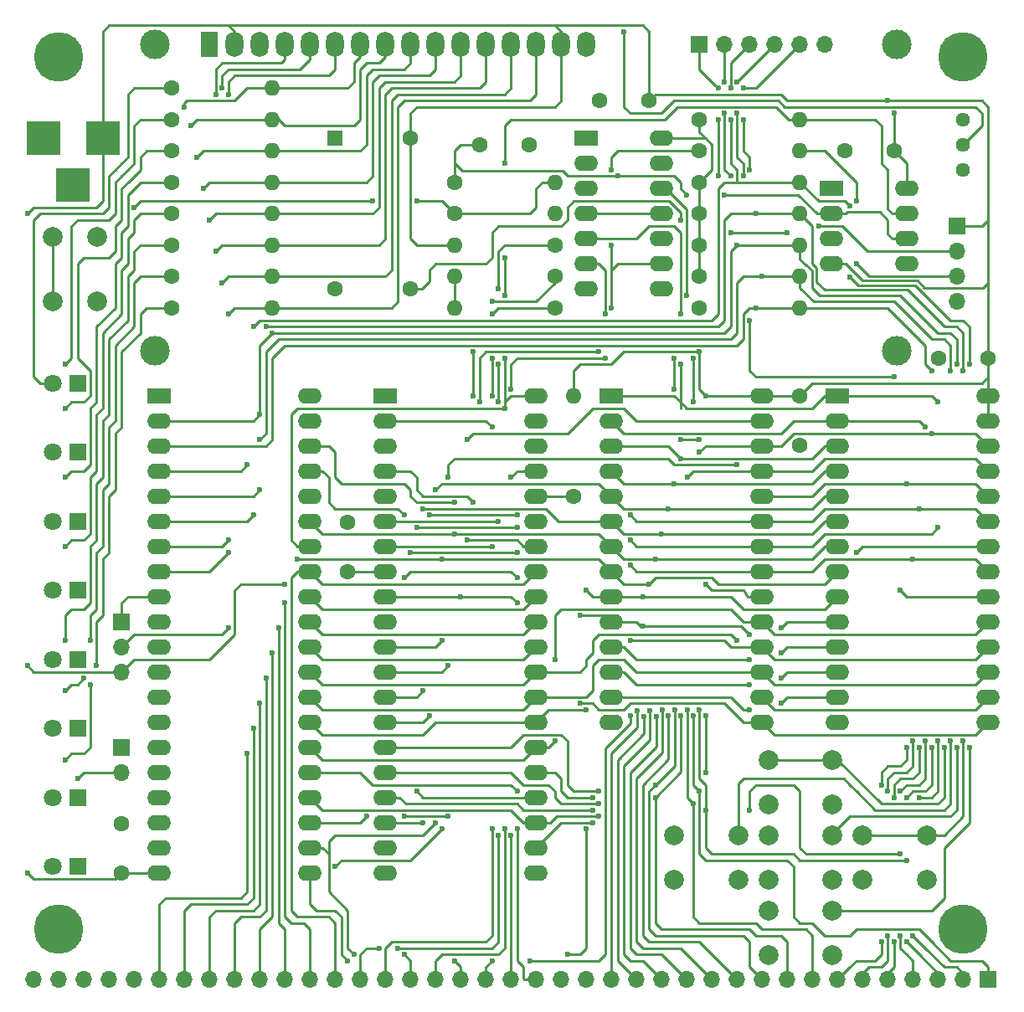
<source format=gtl>
G04 #@! TF.GenerationSoftware,KiCad,Pcbnew,(5.1.5)-3*
G04 #@! TF.CreationDate,2020-03-11T18:50:25+01:00*
G04 #@! TF.ProjectId,BE6502 SBC,42453635-3032-4205-9342-432e6b696361,rev?*
G04 #@! TF.SameCoordinates,Original*
G04 #@! TF.FileFunction,Copper,L1,Top*
G04 #@! TF.FilePolarity,Positive*
%FSLAX46Y46*%
G04 Gerber Fmt 4.6, Leading zero omitted, Abs format (unit mm)*
G04 Created by KiCad (PCBNEW (5.1.5)-3) date 2020-03-11 18:50:25*
%MOMM*%
%LPD*%
G04 APERTURE LIST*
%ADD10R,2.400000X1.600000*%
%ADD11O,2.400000X1.600000*%
%ADD12O,1.600000X1.600000*%
%ADD13C,1.600000*%
%ADD14R,1.700000X1.700000*%
%ADD15O,1.700000X1.700000*%
%ADD16R,3.500000X3.500000*%
%ADD17C,5.000000*%
%ADD18R,1.600000X1.600000*%
%ADD19R,1.800000X1.800000*%
%ADD20C,1.800000*%
%ADD21C,1.440000*%
%ADD22C,2.000000*%
%ADD23R,1.800000X2.600000*%
%ADD24O,1.800000X2.600000*%
%ADD25C,3.000000*%
%ADD26C,0.600000*%
%ADD27C,0.250000*%
G04 APERTURE END LIST*
D10*
X157480000Y-60325000D03*
D11*
X165100000Y-75565000D03*
X157480000Y-62865000D03*
X165100000Y-73025000D03*
X157480000Y-65405000D03*
X165100000Y-70485000D03*
X157480000Y-67945000D03*
X165100000Y-67945000D03*
X157480000Y-70485000D03*
X165100000Y-65405000D03*
X157480000Y-73025000D03*
X165100000Y-62865000D03*
X157480000Y-75565000D03*
X165100000Y-60325000D03*
D12*
X154305000Y-64770000D03*
D13*
X144145000Y-64770000D03*
X144145000Y-67945000D03*
D12*
X154305000Y-67945000D03*
D13*
X168910000Y-74295000D03*
D12*
X179070000Y-74295000D03*
D14*
X198120000Y-145415000D03*
D15*
X195580000Y-145415000D03*
X193040000Y-145415000D03*
X190500000Y-145415000D03*
X187960000Y-145415000D03*
X185420000Y-145415000D03*
X182880000Y-145415000D03*
X180340000Y-145415000D03*
X177800000Y-145415000D03*
X175260000Y-145415000D03*
X172720000Y-145415000D03*
X170180000Y-145415000D03*
X167640000Y-145415000D03*
X165100000Y-145415000D03*
X162560000Y-145415000D03*
X160020000Y-145415000D03*
X157480000Y-145415000D03*
X154940000Y-145415000D03*
X152400000Y-145415000D03*
X149860000Y-145415000D03*
X147320000Y-145415000D03*
X144780000Y-145415000D03*
X142240000Y-145415000D03*
X139700000Y-145415000D03*
X137160000Y-145415000D03*
X134620000Y-145415000D03*
X132080000Y-145415000D03*
X129540000Y-145415000D03*
X127000000Y-145415000D03*
X124460000Y-145415000D03*
X121920000Y-145415000D03*
X119380000Y-145415000D03*
X116840000Y-145415000D03*
X114300000Y-145415000D03*
X111760000Y-145415000D03*
X109220000Y-145415000D03*
X106680000Y-145415000D03*
X104140000Y-145415000D03*
X101600000Y-145415000D03*
D16*
X108585000Y-60325000D03*
X102585000Y-60325000D03*
X105585000Y-65025000D03*
D17*
X104140000Y-140335000D03*
X195580000Y-140335000D03*
X195580000Y-52070000D03*
X104140000Y-52070000D03*
D13*
X133350000Y-104140000D03*
X133350000Y-99140000D03*
X179070000Y-86360000D03*
X179070000Y-91360000D03*
X198120000Y-82550000D03*
X193120000Y-82550000D03*
X110490000Y-134620000D03*
X110490000Y-129620000D03*
X163830000Y-56515000D03*
X158830000Y-56515000D03*
X146685000Y-60960000D03*
X151685000Y-60960000D03*
D14*
X110490000Y-121920000D03*
D15*
X110490000Y-124460000D03*
D13*
X154305000Y-77470000D03*
D12*
X144145000Y-77470000D03*
D13*
X154305000Y-74295000D03*
D12*
X144145000Y-74295000D03*
D13*
X154305000Y-71120000D03*
D12*
X144145000Y-71120000D03*
D13*
X168910000Y-77470000D03*
D12*
X179070000Y-77470000D03*
D13*
X168910000Y-64770000D03*
D12*
X179070000Y-64770000D03*
D13*
X168910000Y-67945000D03*
D12*
X179070000Y-67945000D03*
D13*
X115570000Y-55245000D03*
D12*
X125730000Y-55245000D03*
D13*
X115570000Y-58420000D03*
D12*
X125730000Y-58420000D03*
D13*
X115570000Y-61595000D03*
D12*
X125730000Y-61595000D03*
D18*
X132080000Y-60325000D03*
D13*
X139700000Y-60325000D03*
X139700000Y-75565000D03*
X132080000Y-75565000D03*
D19*
X106045000Y-85090000D03*
D20*
X103505000Y-85090000D03*
D19*
X106045000Y-92075000D03*
D20*
X103505000Y-92075000D03*
D19*
X106045000Y-99060000D03*
D20*
X103505000Y-99060000D03*
D19*
X106045000Y-106045000D03*
D20*
X103505000Y-106045000D03*
D19*
X106045000Y-113030000D03*
D20*
X103505000Y-113030000D03*
D19*
X106045000Y-120015000D03*
D20*
X103505000Y-120015000D03*
D19*
X106045000Y-127000000D03*
D20*
X103505000Y-127000000D03*
D19*
X106045000Y-133985000D03*
D20*
X103505000Y-133985000D03*
D14*
X110490000Y-109220000D03*
D15*
X110490000Y-111760000D03*
X110490000Y-114300000D03*
D12*
X179070000Y-58420000D03*
D13*
X168910000Y-58420000D03*
X168910000Y-71120000D03*
D12*
X179070000Y-71120000D03*
D13*
X115570000Y-64770000D03*
D12*
X125730000Y-64770000D03*
D13*
X115570000Y-67945000D03*
D12*
X125730000Y-67945000D03*
D13*
X115570000Y-71120000D03*
D12*
X125730000Y-71120000D03*
D13*
X115570000Y-74295000D03*
D12*
X125730000Y-74295000D03*
D13*
X115570000Y-77470000D03*
D12*
X125730000Y-77470000D03*
D21*
X195580000Y-58420000D03*
X195580000Y-60960000D03*
X195580000Y-63500000D03*
D22*
X108005000Y-76835000D03*
X103505000Y-76835000D03*
X108005000Y-70335000D03*
X103505000Y-70335000D03*
X175895000Y-135310000D03*
X175895000Y-130810000D03*
X182395000Y-135310000D03*
X182395000Y-130810000D03*
X175895000Y-127690000D03*
X175895000Y-123190000D03*
X182395000Y-127690000D03*
X182395000Y-123190000D03*
X175895000Y-142930000D03*
X175895000Y-138430000D03*
X182395000Y-142930000D03*
X182395000Y-138430000D03*
X166370000Y-135310000D03*
X166370000Y-130810000D03*
X172870000Y-135310000D03*
X172870000Y-130810000D03*
X185420000Y-135310000D03*
X185420000Y-130810000D03*
X191920000Y-135310000D03*
X191920000Y-130810000D03*
D10*
X137160000Y-86360000D03*
D11*
X152400000Y-134620000D03*
X137160000Y-88900000D03*
X152400000Y-132080000D03*
X137160000Y-91440000D03*
X152400000Y-129540000D03*
X137160000Y-93980000D03*
X152400000Y-127000000D03*
X137160000Y-96520000D03*
X152400000Y-124460000D03*
X137160000Y-99060000D03*
X152400000Y-121920000D03*
X137160000Y-101600000D03*
X152400000Y-119380000D03*
X137160000Y-104140000D03*
X152400000Y-116840000D03*
X137160000Y-106680000D03*
X152400000Y-114300000D03*
X137160000Y-109220000D03*
X152400000Y-111760000D03*
X137160000Y-111760000D03*
X152400000Y-109220000D03*
X137160000Y-114300000D03*
X152400000Y-106680000D03*
X137160000Y-116840000D03*
X152400000Y-104140000D03*
X137160000Y-119380000D03*
X152400000Y-101600000D03*
X137160000Y-121920000D03*
X152400000Y-99060000D03*
X137160000Y-124460000D03*
X152400000Y-96520000D03*
X137160000Y-127000000D03*
X152400000Y-93980000D03*
X137160000Y-129540000D03*
X152400000Y-91440000D03*
X137160000Y-132080000D03*
X152400000Y-88900000D03*
X137160000Y-134620000D03*
X152400000Y-86360000D03*
D10*
X160020000Y-86360000D03*
D11*
X175260000Y-119380000D03*
X160020000Y-88900000D03*
X175260000Y-116840000D03*
X160020000Y-91440000D03*
X175260000Y-114300000D03*
X160020000Y-93980000D03*
X175260000Y-111760000D03*
X160020000Y-96520000D03*
X175260000Y-109220000D03*
X160020000Y-99060000D03*
X175260000Y-106680000D03*
X160020000Y-101600000D03*
X175260000Y-104140000D03*
X160020000Y-104140000D03*
X175260000Y-101600000D03*
X160020000Y-106680000D03*
X175260000Y-99060000D03*
X160020000Y-109220000D03*
X175260000Y-96520000D03*
X160020000Y-111760000D03*
X175260000Y-93980000D03*
X160020000Y-114300000D03*
X175260000Y-91440000D03*
X160020000Y-116840000D03*
X175260000Y-88900000D03*
X160020000Y-119380000D03*
X175260000Y-86360000D03*
D10*
X182880000Y-86360000D03*
D11*
X198120000Y-119380000D03*
X182880000Y-88900000D03*
X198120000Y-116840000D03*
X182880000Y-91440000D03*
X198120000Y-114300000D03*
X182880000Y-93980000D03*
X198120000Y-111760000D03*
X182880000Y-96520000D03*
X198120000Y-109220000D03*
X182880000Y-99060000D03*
X198120000Y-106680000D03*
X182880000Y-101600000D03*
X198120000Y-104140000D03*
X182880000Y-104140000D03*
X198120000Y-101600000D03*
X182880000Y-106680000D03*
X198120000Y-99060000D03*
X182880000Y-109220000D03*
X198120000Y-96520000D03*
X182880000Y-111760000D03*
X198120000Y-93980000D03*
X182880000Y-114300000D03*
X198120000Y-91440000D03*
X182880000Y-116840000D03*
X198120000Y-88900000D03*
X182880000Y-119380000D03*
X198120000Y-86360000D03*
D10*
X114300000Y-86360000D03*
D11*
X129540000Y-134620000D03*
X114300000Y-88900000D03*
X129540000Y-132080000D03*
X114300000Y-91440000D03*
X129540000Y-129540000D03*
X114300000Y-93980000D03*
X129540000Y-127000000D03*
X114300000Y-96520000D03*
X129540000Y-124460000D03*
X114300000Y-99060000D03*
X129540000Y-121920000D03*
X114300000Y-101600000D03*
X129540000Y-119380000D03*
X114300000Y-104140000D03*
X129540000Y-116840000D03*
X114300000Y-106680000D03*
X129540000Y-114300000D03*
X114300000Y-109220000D03*
X129540000Y-111760000D03*
X114300000Y-111760000D03*
X129540000Y-109220000D03*
X114300000Y-114300000D03*
X129540000Y-106680000D03*
X114300000Y-116840000D03*
X129540000Y-104140000D03*
X114300000Y-119380000D03*
X129540000Y-101600000D03*
X114300000Y-121920000D03*
X129540000Y-99060000D03*
X114300000Y-124460000D03*
X129540000Y-96520000D03*
X114300000Y-127000000D03*
X129540000Y-93980000D03*
X114300000Y-129540000D03*
X129540000Y-91440000D03*
X114300000Y-132080000D03*
X129540000Y-88900000D03*
X114300000Y-134620000D03*
X129540000Y-86360000D03*
D14*
X194945000Y-69215000D03*
D15*
X194945000Y-71755000D03*
X194945000Y-74295000D03*
X194945000Y-76835000D03*
D13*
X156210000Y-96520000D03*
D12*
X156210000Y-86360000D03*
X179070000Y-61595000D03*
D13*
X168910000Y-61595000D03*
D15*
X181610000Y-50800000D03*
X179070000Y-50800000D03*
X176530000Y-50800000D03*
X173990000Y-50800000D03*
X171450000Y-50800000D03*
D14*
X168910000Y-50800000D03*
D11*
X189865000Y-65405000D03*
X182245000Y-73025000D03*
X189865000Y-67945000D03*
X182245000Y-70485000D03*
X189865000Y-70485000D03*
X182245000Y-67945000D03*
X189865000Y-73025000D03*
D10*
X182245000Y-65405000D03*
D13*
X183595000Y-61595000D03*
X188595000Y-61595000D03*
D23*
X119380000Y-50800000D03*
D24*
X121920000Y-50800000D03*
X124460000Y-50800000D03*
X127000000Y-50800000D03*
X129540000Y-50800000D03*
X132080000Y-50800000D03*
X134620000Y-50800000D03*
X137160000Y-50800000D03*
X139700000Y-50800000D03*
X142240000Y-50800000D03*
X144780000Y-50800000D03*
X147320000Y-50800000D03*
X149860000Y-50800000D03*
X152400000Y-50800000D03*
X154940000Y-50800000D03*
X157480000Y-50800000D03*
D25*
X113880900Y-50800000D03*
X113880900Y-81800700D03*
X188879480Y-81800700D03*
X188880000Y-50800000D03*
D26*
X184785000Y-102235000D03*
X127000000Y-105410000D03*
X100965000Y-134620000D03*
X100965000Y-113665000D03*
X100965000Y-67945000D03*
X168910000Y-81915000D03*
X188595000Y-57785000D03*
X187960000Y-56515000D03*
X169545000Y-86360000D03*
X157480000Y-130175000D03*
X155575000Y-142875000D03*
X169545000Y-118745000D03*
X169545000Y-124460000D03*
X168910000Y-126365000D03*
X167640000Y-76200000D03*
X168275000Y-86995000D03*
X168275000Y-82550000D03*
X158115000Y-127000000D03*
X168294989Y-118745000D03*
X167005000Y-78105000D03*
X191135000Y-127000000D03*
X193040000Y-99695000D03*
X193040000Y-121285000D03*
X190500000Y-140970000D03*
X193040000Y-86995000D03*
X140335000Y-99695000D03*
X140335000Y-126365000D03*
X150495000Y-99695000D03*
X161925000Y-100965000D03*
X167005000Y-83185000D03*
X169545000Y-128270000D03*
X189865000Y-133350000D03*
X168910000Y-92075000D03*
X189865000Y-127000000D03*
X192405000Y-90170000D03*
X192405000Y-121920000D03*
X189865000Y-141605000D03*
X158750000Y-128905000D03*
X168919990Y-118110000D03*
X173990000Y-128270000D03*
X189230000Y-132715000D03*
X189230000Y-126365000D03*
X191770000Y-121285000D03*
X191770000Y-89535000D03*
X189230000Y-140970000D03*
X158115000Y-129540000D03*
X141605000Y-98425000D03*
X188595000Y-141605000D03*
X188595000Y-127000000D03*
X191135000Y-97790000D03*
X191135000Y-121920000D03*
X150495000Y-98425000D03*
X161925000Y-98425000D03*
X187960000Y-140970000D03*
X190500000Y-102870000D03*
X190500000Y-121285000D03*
X187960000Y-126365000D03*
X139700000Y-102235000D03*
X150495000Y-102235000D03*
X161925000Y-103505000D03*
X140970000Y-129540000D03*
X143510000Y-94615000D03*
X172720000Y-93345000D03*
X187325000Y-141605000D03*
X189865000Y-95250000D03*
X189865000Y-121920000D03*
X187325000Y-125730000D03*
X168275000Y-127635000D03*
X158115000Y-128270000D03*
X167669978Y-118107278D03*
X167669988Y-94615000D03*
X164465000Y-127000000D03*
X167005000Y-92710000D03*
X158750000Y-127635000D03*
X167044978Y-118745048D03*
X164465000Y-125730000D03*
X166370000Y-95250000D03*
X158750000Y-126365000D03*
X166419966Y-118125855D03*
X142240000Y-95885000D03*
X165735000Y-97790000D03*
X141605000Y-118745000D03*
X165794966Y-118749242D03*
X140970000Y-97790000D03*
X165100000Y-100330000D03*
X140970000Y-116205000D03*
X165169955Y-118140118D03*
X143510000Y-113665000D03*
X144145000Y-100330000D03*
X164465000Y-102870000D03*
X164544955Y-118796796D03*
X163830000Y-105410000D03*
X142875000Y-102870000D03*
X142875000Y-111125000D03*
X128270000Y-102870000D03*
X163919944Y-118209188D03*
X139065000Y-98425000D03*
X163195000Y-106680000D03*
X157480000Y-106045000D03*
X150495000Y-104775000D03*
X139065000Y-104775000D03*
X163294944Y-118800143D03*
X144145000Y-97155000D03*
X144780000Y-106680000D03*
X156845000Y-108585000D03*
X150495000Y-107315000D03*
X173990000Y-110490000D03*
X177165000Y-109855000D03*
X163185010Y-109661949D03*
X162669933Y-118234449D03*
X146050000Y-86360000D03*
X147955000Y-76835000D03*
X146050000Y-81915000D03*
X146050000Y-97155000D03*
X142875000Y-130175000D03*
X132080000Y-133985000D03*
X144145000Y-143510000D03*
X133350000Y-143510000D03*
X148590000Y-83185000D03*
X148590000Y-75565000D03*
X148590000Y-86995000D03*
X149225000Y-130175000D03*
X148590000Y-99060000D03*
X145415000Y-90805000D03*
X142240000Y-129540000D03*
X145415000Y-100965000D03*
X139065000Y-142875000D03*
X133985000Y-142875000D03*
X147955000Y-78105000D03*
X147955000Y-82550000D03*
X147955000Y-86360000D03*
X147955000Y-89535000D03*
X147955000Y-130175000D03*
X136525000Y-142240000D03*
X147955000Y-101600000D03*
X148590000Y-130810000D03*
X138430000Y-142240000D03*
X173990000Y-113030000D03*
X177165000Y-112395000D03*
X177165000Y-114935000D03*
X173990000Y-115570000D03*
X127000000Y-107315000D03*
X173990000Y-118110000D03*
X177165000Y-117475000D03*
X126365000Y-109855000D03*
X156845000Y-117475000D03*
X125730000Y-112395000D03*
X172720000Y-111125000D03*
X125095000Y-114935000D03*
X124460000Y-117475000D03*
X157480000Y-118110000D03*
X161925000Y-111125000D03*
X123825000Y-120015000D03*
X154305000Y-121285000D03*
X154305000Y-113030000D03*
X123190000Y-122555000D03*
X119380000Y-68580000D03*
X120015000Y-71755000D03*
X121285000Y-102235000D03*
X120650000Y-55245000D03*
X120650000Y-74930000D03*
X121285000Y-100965000D03*
X120015000Y-55880000D03*
X121285000Y-78105000D03*
X123825000Y-98425000D03*
X125095000Y-79375000D03*
X195580000Y-83820000D03*
X195580000Y-121285000D03*
X173355000Y-58420000D03*
X173990000Y-63500000D03*
X174625000Y-67945000D03*
X173355000Y-55245000D03*
X118745000Y-65405000D03*
X194310000Y-83820000D03*
X194310000Y-121285000D03*
X172720000Y-57785000D03*
X173355000Y-64135000D03*
X175260000Y-74295000D03*
X172720000Y-54610000D03*
X124460000Y-95885000D03*
X124460000Y-90805000D03*
X118110000Y-62230000D03*
X123190000Y-93345000D03*
X123825000Y-79375000D03*
X196215000Y-121920000D03*
X196215000Y-83185000D03*
X184118739Y-67164976D03*
X184115551Y-74329449D03*
X172085000Y-58420000D03*
X172085000Y-55245000D03*
X117475000Y-59055000D03*
X193675000Y-121920000D03*
X192405000Y-83820000D03*
X174625000Y-77470000D03*
X172085000Y-64135000D03*
X171450000Y-57785000D03*
X171450000Y-54610000D03*
X116840000Y-57150008D03*
X125730000Y-80010000D03*
X124460000Y-88265000D03*
X194945000Y-121920000D03*
X194945000Y-83185000D03*
X172720000Y-71120000D03*
X170815000Y-64135000D03*
X170815000Y-58420000D03*
X170815000Y-55245000D03*
X149225000Y-72390000D03*
X149225000Y-76200000D03*
X149225000Y-82550000D03*
X149225000Y-87630000D03*
X149860000Y-130810000D03*
X149225000Y-62865000D03*
X106045000Y-125095000D03*
X104775000Y-83185000D03*
X104775000Y-87630000D03*
X104775000Y-94615000D03*
X104775000Y-101600000D03*
X104775000Y-111125000D03*
X106680000Y-114935000D03*
X104775000Y-116205000D03*
X107315000Y-111125000D03*
X107315000Y-115570000D03*
X107950000Y-113665000D03*
X104775000Y-123190000D03*
X149860000Y-85725000D03*
X159385000Y-82550000D03*
X160020000Y-77470000D03*
X150495000Y-126365000D03*
X150495000Y-130175000D03*
X149860000Y-94615000D03*
X160020000Y-71120000D03*
X160020000Y-63500000D03*
X121285000Y-109855000D03*
X121285000Y-55880000D03*
X161290000Y-49530000D03*
X166370000Y-85725000D03*
X168910000Y-90805000D03*
X167005000Y-90805000D03*
X166370000Y-82550000D03*
X169545000Y-105410026D03*
X188595000Y-84455000D03*
X189230000Y-106045000D03*
X173990000Y-78740000D03*
X143510000Y-128905000D03*
X146685000Y-86995000D03*
X135255000Y-128905000D03*
X139065000Y-128905000D03*
X159385000Y-78105000D03*
X158750000Y-81915000D03*
X167005000Y-68580000D03*
X172085000Y-69850000D03*
X177800000Y-69850000D03*
X180975000Y-69215000D03*
X161925000Y-118745000D03*
X151765000Y-143510000D03*
X147955000Y-143510000D03*
X184785000Y-66675000D03*
X184785000Y-73025000D03*
X171450000Y-66040000D03*
X167640000Y-66040000D03*
X160655000Y-64135000D03*
X111760000Y-67310000D03*
X135890000Y-66675000D03*
X140335000Y-66675000D03*
D27*
X198120000Y-101600000D02*
X185420000Y-101600000D01*
X185420000Y-101600000D02*
X184785000Y-102235000D01*
X168910000Y-67945000D02*
X168910000Y-64770000D01*
X180340000Y-85090000D02*
X197485000Y-85090000D01*
X197485000Y-85090000D02*
X198120000Y-84455000D01*
X123825000Y-105410000D02*
X122555000Y-105410000D01*
X121920000Y-110490000D02*
X119380000Y-113030000D01*
X121920000Y-106045000D02*
X121920000Y-110490000D01*
X122555000Y-105410000D02*
X121920000Y-106045000D01*
X168910000Y-67945000D02*
X168910000Y-71120000D01*
X168910000Y-74295000D02*
X168910000Y-71120000D01*
X175260000Y-86360000D02*
X179070000Y-86360000D01*
X127000000Y-105410000D02*
X123825000Y-105410000D01*
X111760000Y-113030000D02*
X110490000Y-114300000D01*
X119380000Y-113030000D02*
X111760000Y-113030000D01*
X110490000Y-134620000D02*
X109855000Y-135255000D01*
X101600000Y-135255000D02*
X100965000Y-134620000D01*
X109855000Y-135255000D02*
X101600000Y-135255000D01*
X108585000Y-66675000D02*
X107950000Y-67310000D01*
X108585000Y-60325000D02*
X108585000Y-66675000D01*
X101600000Y-114300000D02*
X110490000Y-114300000D01*
X100965000Y-113665000D02*
X101600000Y-114300000D01*
X101600000Y-67310000D02*
X100965000Y-67945000D01*
X107950000Y-67310000D02*
X101600000Y-67310000D01*
X198120000Y-86360000D02*
X198120000Y-88900000D01*
X133350000Y-104140000D02*
X137160000Y-104140000D01*
X154305000Y-48895000D02*
X163195000Y-48895000D01*
X163830000Y-49530000D02*
X163830000Y-56515000D01*
X163195000Y-48895000D02*
X163830000Y-49530000D01*
X121285000Y-48895000D02*
X154305000Y-48895000D01*
X154305000Y-48895000D02*
X154940000Y-49530000D01*
X154940000Y-49530000D02*
X154940000Y-50800000D01*
X144145000Y-77470000D02*
X144145000Y-74295000D01*
X108585000Y-60325000D02*
X108585000Y-49530000D01*
X121285000Y-48895000D02*
X112395000Y-48895000D01*
X121285000Y-48895000D02*
X121920000Y-49530000D01*
X109220000Y-48895000D02*
X112395000Y-48895000D01*
X108585000Y-49530000D02*
X109220000Y-48895000D01*
X121920000Y-50800000D02*
X121920000Y-49530000D01*
X197485000Y-69215000D02*
X194945000Y-69215000D01*
X179070000Y-86360000D02*
X180340000Y-85090000D01*
X110490000Y-134620000D02*
X114300000Y-134620000D01*
X198120000Y-86360000D02*
X198120000Y-85090000D01*
X198120000Y-85090000D02*
X198120000Y-84455000D01*
X198120000Y-84455000D02*
X198120000Y-82550000D01*
X156210000Y-86360000D02*
X156210000Y-83820000D01*
X156210000Y-83820000D02*
X156845000Y-83185000D01*
X156845000Y-83185000D02*
X160020000Y-83185000D01*
X160020000Y-83185000D02*
X161290000Y-81915000D01*
X161290000Y-81915000D02*
X165735000Y-81915000D01*
X165735000Y-81915000D02*
X168910000Y-81915000D01*
X165100000Y-60325000D02*
X169545000Y-60325000D01*
X169545000Y-60325000D02*
X170180000Y-60960000D01*
X170180000Y-63500000D02*
X168910000Y-64770000D01*
X170180000Y-60960000D02*
X170180000Y-63500000D01*
X103505000Y-76835000D02*
X103505000Y-70335000D01*
X168910000Y-59690000D02*
X169545000Y-60325000D01*
X168910000Y-58420000D02*
X168910000Y-59690000D01*
X139700000Y-60325000D02*
X139700000Y-70485000D01*
X140335000Y-71120000D02*
X144145000Y-71120000D01*
X139700000Y-70485000D02*
X140335000Y-71120000D01*
X189865000Y-62865000D02*
X188595000Y-61595000D01*
X189865000Y-65405000D02*
X189865000Y-62865000D01*
X188595000Y-61595000D02*
X188595000Y-57785000D01*
X198120000Y-82550000D02*
X198120000Y-74930000D01*
X198120000Y-74930000D02*
X198120000Y-69850000D01*
X197485000Y-69215000D02*
X198120000Y-68580000D01*
X198120000Y-68580000D02*
X198120000Y-69850000D01*
X168910000Y-81915000D02*
X168910000Y-85725000D01*
X169545000Y-86360000D02*
X175260000Y-86360000D01*
X168910000Y-85725000D02*
X169545000Y-86360000D01*
X197579999Y-75470001D02*
X191676412Y-75470001D01*
X183695000Y-73025000D02*
X182245000Y-73025000D01*
X185415011Y-74745011D02*
X183695000Y-73025000D01*
X198120000Y-74930000D02*
X197579999Y-75470001D01*
X190951422Y-74745011D02*
X185415011Y-74745011D01*
X191676412Y-75470001D02*
X190951422Y-74745011D01*
X198120000Y-61595000D02*
X198120000Y-68580000D01*
X164465000Y-55880000D02*
X177165000Y-55880000D01*
X163830000Y-56515000D02*
X164465000Y-55880000D01*
X198120000Y-57150000D02*
X198120000Y-61595000D01*
X177165000Y-55880000D02*
X177800000Y-56515000D01*
X177800000Y-56515000D02*
X197485000Y-56515000D01*
X197485000Y-56515000D02*
X198120000Y-57150000D01*
X140335000Y-57150000D02*
X154305000Y-57150000D01*
X154305000Y-57150000D02*
X154940000Y-56515000D01*
X154940000Y-56515000D02*
X154940000Y-50800000D01*
X157480000Y-130175000D02*
X157480000Y-142240000D01*
X157480000Y-142240000D02*
X156845000Y-142875000D01*
X156845000Y-142875000D02*
X155575000Y-142875000D01*
X169545000Y-118745000D02*
X169545000Y-124460000D01*
X140335000Y-57150000D02*
X139700000Y-57785000D01*
X139700000Y-57785000D02*
X139700000Y-60325000D01*
X168275000Y-82550000D02*
X168275000Y-86995000D01*
X168910000Y-126365000D02*
X168910000Y-127000000D01*
X170180000Y-133350000D02*
X169545000Y-133350000D01*
X169545000Y-133350000D02*
X168910000Y-132715000D01*
X168910000Y-127635000D02*
X168910000Y-127000000D01*
X168910000Y-132715000D02*
X168910000Y-127635000D01*
X178435000Y-139065000D02*
X178435000Y-133985000D01*
X184150000Y-140970000D02*
X181610000Y-140970000D01*
X181610000Y-140970000D02*
X180340000Y-139700000D01*
X180340000Y-139700000D02*
X179070000Y-139700000D01*
X192405000Y-141605000D02*
X191135000Y-140335000D01*
X198120000Y-144145000D02*
X197485000Y-143510000D01*
X197485000Y-143510000D02*
X194310000Y-143510000D01*
X194310000Y-143510000D02*
X192405000Y-141605000D01*
X198120000Y-145415000D02*
X198120000Y-144145000D01*
X191135000Y-140335000D02*
X184785000Y-140335000D01*
X184785000Y-140335000D02*
X184150000Y-140970000D01*
X179070000Y-139700000D02*
X178435000Y-139065000D01*
X177800000Y-133350000D02*
X170180000Y-133350000D01*
X178435000Y-133985000D02*
X177800000Y-133350000D01*
X154305000Y-124460000D02*
X154940000Y-125095000D01*
X152400000Y-124460000D02*
X154305000Y-124460000D01*
X154940000Y-125095000D02*
X154940000Y-126365000D01*
X154940000Y-126365000D02*
X155575000Y-127000000D01*
X157690736Y-127000000D02*
X158115000Y-127000000D01*
X155575000Y-127000000D02*
X157690736Y-127000000D01*
X165100000Y-65405000D02*
X165500000Y-65405000D01*
X167640000Y-67545000D02*
X167640000Y-76200000D01*
X165500000Y-65405000D02*
X167640000Y-67545000D01*
X168910000Y-126365000D02*
X168294989Y-125749989D01*
X168294989Y-119169264D02*
X168294989Y-118745000D01*
X168294989Y-125749989D02*
X168294989Y-119169264D01*
X167005000Y-86995000D02*
X167640000Y-87630000D01*
X160020000Y-86360000D02*
X166370000Y-86360000D01*
X166370000Y-86360000D02*
X167005000Y-86995000D01*
X157480000Y-70485000D02*
X162560000Y-70485000D01*
X162560000Y-70485000D02*
X163830000Y-69215000D01*
X163830000Y-69215000D02*
X166370000Y-69215000D01*
X166370000Y-69215000D02*
X167005000Y-69850000D01*
X167005000Y-69850000D02*
X167005000Y-78105000D01*
X193040000Y-126365000D02*
X193040000Y-125730000D01*
X192405000Y-127000000D02*
X193040000Y-126365000D01*
X191135000Y-127000000D02*
X192405000Y-127000000D01*
X184150000Y-100330000D02*
X192405000Y-100330000D01*
X192405000Y-100330000D02*
X193040000Y-99695000D01*
X193040000Y-125730000D02*
X193040000Y-121285000D01*
X190500000Y-140970000D02*
X191770000Y-142240000D01*
X193675000Y-144145000D02*
X191770000Y-142240000D01*
X194945000Y-144145000D02*
X193675000Y-144145000D01*
X195580000Y-144780000D02*
X194945000Y-144145000D01*
X192405000Y-86360000D02*
X182880000Y-86360000D01*
X193040000Y-86995000D02*
X192405000Y-86360000D01*
X195580000Y-145415000D02*
X195580000Y-144780000D01*
X140335000Y-99695000D02*
X140970000Y-99695000D01*
X140970000Y-127000000D02*
X140335000Y-126365000D01*
X175260000Y-101600000D02*
X162560000Y-101600000D01*
X150495000Y-99695000D02*
X140970000Y-99695000D01*
X162560000Y-101600000D02*
X161925000Y-100965000D01*
X140970000Y-127000000D02*
X152400000Y-127000000D01*
X167640000Y-87630000D02*
X177165000Y-87630000D01*
X181610000Y-86360000D02*
X182880000Y-86360000D01*
X180340000Y-87630000D02*
X181610000Y-86360000D01*
X177165000Y-87630000D02*
X180340000Y-87630000D01*
X175260000Y-101600000D02*
X180340000Y-101600000D01*
X180340000Y-101600000D02*
X181610000Y-100330000D01*
X181610000Y-100330000D02*
X184150000Y-100330000D01*
X167005000Y-83185000D02*
X167005000Y-87630000D01*
X142240000Y-128270000D02*
X149860000Y-128270000D01*
X149860000Y-128270000D02*
X151130000Y-129540000D01*
X152400000Y-129540000D02*
X151130000Y-129540000D01*
X129540000Y-127000000D02*
X130810000Y-128270000D01*
X130810000Y-128270000D02*
X142240000Y-128270000D01*
X178435000Y-132715000D02*
X179070000Y-133350000D01*
X179070000Y-133350000D02*
X189865000Y-133350000D01*
X170180000Y-132715000D02*
X169545000Y-132080000D01*
X168910000Y-92075000D02*
X169545000Y-91440000D01*
X169545000Y-132080000D02*
X169545000Y-128270000D01*
X169545000Y-91440000D02*
X175260000Y-91440000D01*
X178435000Y-132715000D02*
X170180000Y-132715000D01*
X189865000Y-127000000D02*
X190500000Y-126365000D01*
X192405000Y-125730000D02*
X192405000Y-121920000D01*
X191770000Y-126365000D02*
X192405000Y-125730000D01*
X190500000Y-126365000D02*
X191770000Y-126365000D01*
X191135000Y-142875000D02*
X189865000Y-141605000D01*
X191135000Y-142875000D02*
X193040000Y-144780000D01*
X193040000Y-145415000D02*
X193040000Y-144780000D01*
X151765000Y-129540000D02*
X152400000Y-129540000D01*
X175260000Y-91440000D02*
X177165000Y-91440000D01*
X177165000Y-91440000D02*
X178435000Y-90170000D01*
X178435000Y-90170000D02*
X192405000Y-90170000D01*
X196850000Y-90170000D02*
X198120000Y-91440000D01*
X192405000Y-90170000D02*
X196850000Y-90170000D01*
X158325736Y-128905000D02*
X158750000Y-128905000D01*
X152400000Y-129540000D02*
X153850000Y-129540000D01*
X154485000Y-128905000D02*
X158325736Y-128905000D01*
X153850000Y-129540000D02*
X154485000Y-128905000D01*
X168919990Y-118534264D02*
X168919990Y-118110000D01*
X168919990Y-125104990D02*
X168919990Y-118534264D01*
X169545000Y-125730000D02*
X168919990Y-125104990D01*
X169545000Y-128270000D02*
X169545000Y-125730000D01*
X178435000Y-125730000D02*
X174625000Y-125730000D01*
X174625000Y-125730000D02*
X173990000Y-126365000D01*
X173990000Y-126365000D02*
X173990000Y-128270000D01*
X179070000Y-126365000D02*
X178435000Y-125730000D01*
X179705000Y-132715000D02*
X179070000Y-132080000D01*
X179070000Y-132080000D02*
X179070000Y-126365000D01*
X189230000Y-132715000D02*
X180340000Y-132715000D01*
X180340000Y-132715000D02*
X179705000Y-132715000D01*
X189230000Y-126365000D02*
X189865000Y-125730000D01*
X189865000Y-125730000D02*
X191135000Y-125730000D01*
X191135000Y-125730000D02*
X191770000Y-125095000D01*
X191770000Y-125095000D02*
X191770000Y-121285000D01*
X191770000Y-89535000D02*
X191135000Y-88900000D01*
X182880000Y-88900000D02*
X191135000Y-88900000D01*
X189865000Y-142875000D02*
X189230000Y-142240000D01*
X190500000Y-143510000D02*
X189865000Y-142875000D01*
X190500000Y-143510000D02*
X190500000Y-145415000D01*
X189230000Y-142240000D02*
X189230000Y-140970000D01*
X182880000Y-88900000D02*
X178435000Y-88900000D01*
X161290000Y-90170000D02*
X160020000Y-88900000D01*
X177165000Y-90170000D02*
X161290000Y-90170000D01*
X178435000Y-88900000D02*
X177165000Y-90170000D01*
X154940000Y-129540000D02*
X158115000Y-129540000D01*
X152400000Y-132080000D02*
X154940000Y-129540000D01*
X142240000Y-98425000D02*
X141605000Y-98425000D01*
X188595000Y-127000000D02*
X188595000Y-125730000D01*
X187960000Y-144780000D02*
X188595000Y-144145000D01*
X188595000Y-144145000D02*
X188595000Y-141605000D01*
X191135000Y-124460000D02*
X191135000Y-121920000D01*
X190500000Y-125095000D02*
X191135000Y-124460000D01*
X189230000Y-125095000D02*
X190500000Y-125095000D01*
X188595000Y-125730000D02*
X189230000Y-125095000D01*
X187960000Y-145415000D02*
X187960000Y-144780000D01*
X150495000Y-98425000D02*
X142240000Y-98425000D01*
X175260000Y-99060000D02*
X162560000Y-99060000D01*
X162560000Y-99060000D02*
X161925000Y-98425000D01*
X184150000Y-97790000D02*
X181610000Y-97790000D01*
X181610000Y-97790000D02*
X180340000Y-99060000D01*
X180340000Y-99060000D02*
X175260000Y-99060000D01*
X191135000Y-97790000D02*
X184150000Y-97790000D01*
X196850000Y-97790000D02*
X191135000Y-97790000D01*
X198120000Y-99060000D02*
X196850000Y-97790000D01*
X187960000Y-143510000D02*
X187960000Y-140970000D01*
X187325000Y-144145000D02*
X187960000Y-143510000D01*
X186055000Y-144145000D02*
X187325000Y-144145000D01*
X185420000Y-144780000D02*
X186055000Y-144145000D01*
X190500000Y-123825000D02*
X190500000Y-121285000D01*
X189865000Y-124460000D02*
X190500000Y-123825000D01*
X188595000Y-124460000D02*
X189865000Y-124460000D01*
X187960000Y-125095000D02*
X188595000Y-124460000D01*
X187960000Y-126365000D02*
X187960000Y-125095000D01*
X185420000Y-145415000D02*
X185420000Y-144780000D01*
X150495000Y-102235000D02*
X139700000Y-102235000D01*
X175260000Y-104140000D02*
X162560000Y-104140000D01*
X162560000Y-104140000D02*
X161925000Y-103505000D01*
X175260000Y-104140000D02*
X180340000Y-104140000D01*
X181610000Y-102870000D02*
X190500000Y-102870000D01*
X180340000Y-104140000D02*
X181610000Y-102870000D01*
X196850000Y-102870000D02*
X198120000Y-104140000D01*
X190500000Y-102870000D02*
X196850000Y-102870000D01*
X158115000Y-92710000D02*
X165735000Y-92710000D01*
X143510000Y-93345000D02*
X144145000Y-92710000D01*
X144145000Y-92710000D02*
X158115000Y-92710000D01*
X137160000Y-129540000D02*
X140970000Y-129540000D01*
X143510000Y-94615000D02*
X143510000Y-93345000D01*
X166370000Y-93345000D02*
X172720000Y-93345000D01*
X165735000Y-92710000D02*
X166370000Y-93345000D01*
X184150000Y-144145000D02*
X184785000Y-143510000D01*
X182880000Y-145415000D02*
X184150000Y-144145000D01*
X187325000Y-142875000D02*
X187325000Y-141605000D01*
X186690000Y-143510000D02*
X187325000Y-142875000D01*
X184785000Y-143510000D02*
X186690000Y-143510000D01*
X189865000Y-123190000D02*
X189865000Y-121920000D01*
X189230000Y-123825000D02*
X189865000Y-123190000D01*
X187960000Y-123825000D02*
X189230000Y-123825000D01*
X187325000Y-124460000D02*
X187960000Y-123825000D01*
X187325000Y-125730000D02*
X187325000Y-124460000D01*
X181610000Y-95250000D02*
X180340000Y-96520000D01*
X180340000Y-96520000D02*
X179705000Y-96520000D01*
X184150000Y-95250000D02*
X181610000Y-95250000D01*
X196850000Y-95250000D02*
X189865000Y-95250000D01*
X189865000Y-95250000D02*
X184150000Y-95250000D01*
X198120000Y-96520000D02*
X196850000Y-95250000D01*
X179705000Y-96520000D02*
X175260000Y-96520000D01*
X168275000Y-131445000D02*
X168275000Y-127635000D01*
X180340000Y-141605000D02*
X180340000Y-140970000D01*
X180340000Y-145415000D02*
X180340000Y-141605000D01*
X174625000Y-139700000D02*
X168910000Y-139700000D01*
X175260000Y-140335000D02*
X174625000Y-139700000D01*
X179705000Y-140335000D02*
X175260000Y-140335000D01*
X180340000Y-140970000D02*
X179705000Y-140335000D01*
X168275000Y-139065000D02*
X168275000Y-131445000D01*
X168910000Y-139700000D02*
X168275000Y-139065000D01*
X181610000Y-92710000D02*
X196850000Y-92710000D01*
X175260000Y-93980000D02*
X179705000Y-93980000D01*
X180340000Y-93980000D02*
X181610000Y-92710000D01*
X179705000Y-93980000D02*
X180340000Y-93980000D01*
X196850000Y-92710000D02*
X198120000Y-93980000D01*
X137160000Y-127000000D02*
X138610000Y-127000000D01*
X138610000Y-127000000D02*
X139245000Y-127635000D01*
X157690736Y-128270000D02*
X158115000Y-128270000D01*
X151130000Y-128270000D02*
X157690736Y-128270000D01*
X139245000Y-127635000D02*
X150495000Y-127635000D01*
X150495000Y-127635000D02*
X151130000Y-128270000D01*
X167669978Y-127029978D02*
X167669978Y-118107278D01*
X168275000Y-127635000D02*
X167669978Y-127029978D01*
X168304988Y-93980000D02*
X167669988Y-94615000D01*
X175260000Y-93980000D02*
X168304988Y-93980000D01*
X160020000Y-91440000D02*
X165735000Y-91440000D01*
X165735000Y-91440000D02*
X167005000Y-92710000D01*
X164465000Y-127635000D02*
X164465000Y-127000000D01*
X177800000Y-141605000D02*
X177165000Y-140970000D01*
X177800000Y-145415000D02*
X177800000Y-141605000D01*
X165100000Y-140335000D02*
X164465000Y-139700000D01*
X173990000Y-140335000D02*
X165100000Y-140335000D01*
X174625000Y-140970000D02*
X173990000Y-140335000D01*
X177165000Y-140970000D02*
X174625000Y-140970000D01*
X164465000Y-139700000D02*
X164465000Y-127635000D01*
X182880000Y-91440000D02*
X181610000Y-91440000D01*
X181610000Y-91440000D02*
X180340000Y-92710000D01*
X167005000Y-92710000D02*
X180340000Y-92710000D01*
X154305000Y-127000000D02*
X154940000Y-127635000D01*
X154305000Y-126365000D02*
X154305000Y-127000000D01*
X158325736Y-127635000D02*
X158750000Y-127635000D01*
X154940000Y-127635000D02*
X158325736Y-127635000D01*
X151130000Y-125730000D02*
X153670000Y-125730000D01*
X137160000Y-124460000D02*
X149860000Y-124460000D01*
X153670000Y-125730000D02*
X154305000Y-126365000D01*
X149860000Y-124460000D02*
X151130000Y-125730000D01*
X167044978Y-124420022D02*
X167044978Y-118745048D01*
X164465000Y-127000000D02*
X167044978Y-124420022D01*
X163830000Y-126365000D02*
X164465000Y-125730000D01*
X163830000Y-127000000D02*
X163830000Y-126365000D01*
X173990000Y-141605000D02*
X173355000Y-140970000D01*
X173990000Y-142875000D02*
X173990000Y-141605000D01*
X173990000Y-144145000D02*
X173990000Y-142875000D01*
X175260000Y-145415000D02*
X173990000Y-144145000D01*
X163830000Y-140335000D02*
X163830000Y-127000000D01*
X164465000Y-140970000D02*
X163830000Y-140335000D01*
X173355000Y-140970000D02*
X164465000Y-140970000D01*
X176530000Y-95250000D02*
X180340000Y-95250000D01*
X180340000Y-95250000D02*
X181610000Y-93980000D01*
X182880000Y-93980000D02*
X181610000Y-93980000D01*
X160020000Y-93980000D02*
X161290000Y-95250000D01*
X161290000Y-95250000D02*
X166370000Y-95250000D01*
X166370000Y-95250000D02*
X176530000Y-95250000D01*
X149860000Y-121920000D02*
X151130000Y-120650000D01*
X137160000Y-121920000D02*
X149860000Y-121920000D01*
X151130000Y-120650000D02*
X154940000Y-120650000D01*
X158750000Y-126365000D02*
X156210000Y-126365000D01*
X156210000Y-126365000D02*
X155575000Y-125730000D01*
X155575000Y-125730000D02*
X155575000Y-121285000D01*
X154940000Y-120650000D02*
X155575000Y-121285000D01*
X166419966Y-123775034D02*
X166419966Y-118125855D01*
X164465000Y-125730000D02*
X166419966Y-123775034D01*
X150495000Y-95250000D02*
X142875000Y-95250000D01*
X158750000Y-95250000D02*
X150495000Y-95250000D01*
X160020000Y-96520000D02*
X158750000Y-95250000D01*
X140970000Y-119380000D02*
X137160000Y-119380000D01*
X141605000Y-118745000D02*
X140970000Y-119380000D01*
X142875000Y-95250000D02*
X142240000Y-95885000D01*
X179705000Y-97790000D02*
X180340000Y-97790000D01*
X180340000Y-97790000D02*
X181610000Y-96520000D01*
X176530000Y-97790000D02*
X179705000Y-97790000D01*
X182880000Y-96520000D02*
X181610000Y-96520000D01*
X160020000Y-96520000D02*
X161290000Y-97790000D01*
X161290000Y-97790000D02*
X165735000Y-97790000D01*
X165735000Y-97790000D02*
X176530000Y-97790000D01*
X163830000Y-141605000D02*
X163195000Y-140970000D01*
X163195000Y-140970000D02*
X163195000Y-125730000D01*
X165794966Y-119173506D02*
X165794966Y-118749242D01*
X165794966Y-123130034D02*
X165794966Y-119173506D01*
X163195000Y-125730000D02*
X165794966Y-123130034D01*
X168910000Y-141605000D02*
X163830000Y-141605000D01*
X172720000Y-145415000D02*
X168910000Y-141605000D01*
X140335000Y-116840000D02*
X137160000Y-116840000D01*
X140970000Y-116205000D02*
X140335000Y-116840000D01*
X182880000Y-99060000D02*
X181610000Y-99060000D01*
X181610000Y-99060000D02*
X180340000Y-100330000D01*
X182880000Y-99060000D02*
X182245000Y-99060000D01*
X160020000Y-99060000D02*
X161290000Y-100330000D01*
X161290000Y-100330000D02*
X165100000Y-100330000D01*
X165100000Y-100330000D02*
X180340000Y-100330000D01*
X153379996Y-97790000D02*
X141394264Y-97790000D01*
X141394264Y-97790000D02*
X140970000Y-97790000D01*
X154649996Y-99060000D02*
X153379996Y-97790000D01*
X160020000Y-99060000D02*
X154649996Y-99060000D01*
X165169955Y-118564382D02*
X165169955Y-118140118D01*
X167005000Y-142240000D02*
X163195000Y-142240000D01*
X162560000Y-141605000D02*
X162560000Y-125095000D01*
X165169955Y-119049233D02*
X165169955Y-118564382D01*
X163195000Y-142240000D02*
X162560000Y-141605000D01*
X162560000Y-125095000D02*
X165184473Y-122470527D01*
X165184473Y-122470527D02*
X165184473Y-119063751D01*
X165184473Y-119063751D02*
X165169955Y-119049233D01*
X170180000Y-145415000D02*
X167005000Y-142240000D01*
X142875000Y-114300000D02*
X143510000Y-113665000D01*
X142875000Y-114300000D02*
X137160000Y-114300000D01*
X129540000Y-99060000D02*
X130810000Y-100330000D01*
X158750000Y-100330000D02*
X160020000Y-101600000D01*
X130810000Y-100330000D02*
X144145000Y-100330000D01*
X144145000Y-100330000D02*
X158750000Y-100330000D01*
X176530000Y-102870000D02*
X180340000Y-102870000D01*
X180340000Y-102870000D02*
X181610000Y-101600000D01*
X182880000Y-101600000D02*
X181610000Y-101600000D01*
X160020000Y-101600000D02*
X161290000Y-102870000D01*
X161290000Y-102870000D02*
X164465000Y-102870000D01*
X164465000Y-102870000D02*
X176530000Y-102870000D01*
X164544955Y-121840045D02*
X164544955Y-119221060D01*
X162560000Y-142875000D02*
X161925000Y-142240000D01*
X161925000Y-142240000D02*
X161925000Y-124460000D01*
X167640000Y-145415000D02*
X165100000Y-142875000D01*
X164544955Y-119221060D02*
X164544955Y-118796796D01*
X161925000Y-124460000D02*
X164544955Y-121840045D01*
X165100000Y-142875000D02*
X162560000Y-142875000D01*
X129540000Y-96520000D02*
X130175000Y-96520000D01*
X142240000Y-111760000D02*
X137160000Y-111760000D01*
X142875000Y-111125000D02*
X142240000Y-111760000D01*
X160020000Y-104140000D02*
X158750000Y-102870000D01*
X158750000Y-102870000D02*
X142875000Y-102870000D01*
X142875000Y-102870000D02*
X128270000Y-102870000D01*
X160020000Y-104140000D02*
X161290000Y-105410000D01*
X161290000Y-105410000D02*
X163830000Y-105410000D01*
X164465000Y-104775000D02*
X163830000Y-105410000D01*
X170180000Y-104775000D02*
X164465000Y-104775000D01*
X170815000Y-105410000D02*
X170180000Y-104775000D01*
X181610000Y-105410000D02*
X170815000Y-105410000D01*
X182880000Y-104140000D02*
X181610000Y-105410000D01*
X165100000Y-145415000D02*
X163195000Y-143510000D01*
X163195000Y-143510000D02*
X161925000Y-143510000D01*
X161925000Y-143510000D02*
X161290000Y-142875000D01*
X161290000Y-142875000D02*
X161290000Y-123825000D01*
X163919944Y-118633452D02*
X163919944Y-118209188D01*
X163919944Y-121195056D02*
X163919944Y-118633452D01*
X161290000Y-123825000D02*
X163919944Y-121195056D01*
X130810000Y-93980000D02*
X129540000Y-93980000D01*
X131445000Y-94615000D02*
X130810000Y-93980000D01*
X131445000Y-97155000D02*
X131445000Y-94615000D01*
X132080000Y-97790000D02*
X131445000Y-97155000D01*
X138430000Y-97790000D02*
X132080000Y-97790000D01*
X139065000Y-98425000D02*
X138430000Y-97790000D01*
X160020000Y-106680000D02*
X158115000Y-106680000D01*
X158115000Y-106680000D02*
X157480000Y-106045000D01*
X160020000Y-106680000D02*
X163195000Y-106680000D01*
X163195000Y-106680000D02*
X172085000Y-106680000D01*
X172085000Y-106680000D02*
X173355000Y-107950000D01*
X150495000Y-104775000D02*
X149860000Y-104140000D01*
X149860000Y-104140000D02*
X139700000Y-104140000D01*
X139700000Y-104140000D02*
X139065000Y-104775000D01*
X181610000Y-107950000D02*
X182880000Y-106680000D01*
X173355000Y-107950000D02*
X181610000Y-107950000D01*
X163294944Y-120550056D02*
X163294944Y-119224407D01*
X163294944Y-119224407D02*
X163294944Y-118800143D01*
X160655000Y-123190000D02*
X163294944Y-120550056D01*
X160655000Y-143510000D02*
X160655000Y-123190000D01*
X162560000Y-145415000D02*
X160655000Y-143510000D01*
X139065000Y-95250000D02*
X139700000Y-95885000D01*
X139700000Y-95885000D02*
X139700000Y-96520000D01*
X139700000Y-96520000D02*
X140335000Y-97155000D01*
X140335000Y-97155000D02*
X144145000Y-97155000D01*
X129540000Y-91440000D02*
X131445000Y-91440000D01*
X132715000Y-95250000D02*
X138430000Y-95250000D01*
X132080000Y-94615000D02*
X132715000Y-95250000D01*
X132080000Y-92075000D02*
X132080000Y-94615000D01*
X131445000Y-91440000D02*
X132080000Y-92075000D01*
X138430000Y-95250000D02*
X139065000Y-95250000D01*
X137160000Y-106680000D02*
X144780000Y-106680000D01*
X144780000Y-106680000D02*
X149860000Y-106680000D01*
X149860000Y-106680000D02*
X150495000Y-107315000D01*
X177800000Y-109220000D02*
X182880000Y-109220000D01*
X177165000Y-109855000D02*
X177800000Y-109220000D01*
X163001949Y-109661949D02*
X163185010Y-109661949D01*
X162560000Y-109220000D02*
X163001949Y-109661949D01*
X173161949Y-109661949D02*
X163185010Y-109661949D01*
X173990000Y-110490000D02*
X173161949Y-109661949D01*
X160020000Y-109220000D02*
X162560000Y-109220000D01*
X159385000Y-108585000D02*
X160020000Y-109220000D01*
X156845000Y-108585000D02*
X159385000Y-108585000D01*
X160020000Y-145415000D02*
X160020000Y-122555000D01*
X162669933Y-118658713D02*
X162669933Y-118234449D01*
X162669933Y-119905067D02*
X162669933Y-118658713D01*
X160020000Y-122555000D02*
X162669933Y-119905067D01*
X146050000Y-86360000D02*
X146050000Y-81915000D01*
X152400000Y-76835000D02*
X154305000Y-74930000D01*
X147955000Y-76835000D02*
X152400000Y-76835000D01*
X154305000Y-74930000D02*
X154305000Y-74295000D01*
X145415000Y-96520000D02*
X144780000Y-96520000D01*
X146050000Y-97155000D02*
X145415000Y-96520000D01*
X132080000Y-133985000D02*
X132715000Y-133350000D01*
X137160000Y-93980000D02*
X139700000Y-93980000D01*
X140970000Y-96520000D02*
X144780000Y-96520000D01*
X140335000Y-95885000D02*
X140970000Y-96520000D01*
X140335000Y-94615000D02*
X140335000Y-95885000D01*
X139700000Y-93980000D02*
X140335000Y-94615000D01*
X129540000Y-134620000D02*
X129540000Y-137795000D01*
X144780000Y-144145000D02*
X144780000Y-145415000D01*
X144145000Y-143510000D02*
X144780000Y-144145000D01*
X132715000Y-142875000D02*
X133350000Y-143510000D01*
X132715000Y-139065000D02*
X132715000Y-142875000D01*
X132080000Y-138430000D02*
X132715000Y-139065000D01*
X130175000Y-138430000D02*
X132080000Y-138430000D01*
X129540000Y-137795000D02*
X130175000Y-138430000D01*
X142875000Y-130175000D02*
X139700000Y-133350000D01*
X132715000Y-133350000D02*
X139700000Y-133350000D01*
X148590000Y-71755000D02*
X149225000Y-71120000D01*
X154305000Y-71120000D02*
X149225000Y-71120000D01*
X148590000Y-75565000D02*
X148590000Y-71755000D01*
X148590000Y-84455000D02*
X148590000Y-86995000D01*
X148590000Y-84455000D02*
X148590000Y-83185000D01*
X137160000Y-99060000D02*
X148590000Y-99060000D01*
X142240000Y-143510000D02*
X142240000Y-145415000D01*
X142875000Y-142875000D02*
X142240000Y-143510000D01*
X148590000Y-142875000D02*
X142875000Y-142875000D01*
X149225000Y-142240000D02*
X148590000Y-142875000D01*
X149225000Y-130175000D02*
X149225000Y-142240000D01*
X151130000Y-90170000D02*
X146050000Y-90170000D01*
X146050000Y-90170000D02*
X145415000Y-90805000D01*
X151130000Y-90170000D02*
X155575000Y-90170000D01*
X162560000Y-88900000D02*
X161290000Y-87630000D01*
X161290000Y-87630000D02*
X158115000Y-87630000D01*
X175260000Y-88900000D02*
X162560000Y-88900000D01*
X155575000Y-90170000D02*
X158115000Y-87630000D01*
X141605000Y-130175000D02*
X142240000Y-129540000D01*
X131445000Y-131445000D02*
X132080000Y-130810000D01*
X132080000Y-130810000D02*
X140970000Y-130810000D01*
X140970000Y-130810000D02*
X141605000Y-130175000D01*
X131445000Y-132715000D02*
X131445000Y-131445000D01*
X151130000Y-101600000D02*
X152400000Y-101600000D01*
X150495000Y-100965000D02*
X151130000Y-101600000D01*
X145415000Y-100965000D02*
X150495000Y-100965000D01*
X129540000Y-132080000D02*
X130810000Y-132080000D01*
X139700000Y-143510000D02*
X139700000Y-145415000D01*
X139065000Y-142875000D02*
X139700000Y-143510000D01*
X133350000Y-142240000D02*
X133985000Y-142875000D01*
X133350000Y-138430000D02*
X133350000Y-142240000D01*
X131445000Y-136525000D02*
X133350000Y-138430000D01*
X131445000Y-132715000D02*
X131445000Y-136525000D01*
X130810000Y-132080000D02*
X131445000Y-132715000D01*
X147955000Y-83820000D02*
X147955000Y-82550000D01*
X148590000Y-77470000D02*
X149225000Y-77470000D01*
X147955000Y-78105000D02*
X148590000Y-77470000D01*
X147955000Y-86360000D02*
X147955000Y-83820000D01*
X149225000Y-77470000D02*
X154305000Y-77470000D01*
X147955000Y-89535000D02*
X147320000Y-88900000D01*
X146050000Y-141605000D02*
X147320000Y-141605000D01*
X137160000Y-142240000D02*
X137795000Y-141605000D01*
X137795000Y-141605000D02*
X146050000Y-141605000D01*
X137160000Y-145415000D02*
X137160000Y-142875000D01*
X137160000Y-142875000D02*
X137160000Y-142240000D01*
X147320000Y-88900000D02*
X137160000Y-88900000D01*
X147955000Y-140970000D02*
X147955000Y-130175000D01*
X147320000Y-141605000D02*
X147955000Y-140970000D01*
X136525000Y-142240000D02*
X135255000Y-142240000D01*
X148590000Y-130810000D02*
X148590000Y-141605000D01*
X148590000Y-141605000D02*
X147955000Y-142240000D01*
X147955000Y-142240000D02*
X138430000Y-142240000D01*
X134620000Y-145415000D02*
X134620000Y-142875000D01*
X135255000Y-142240000D02*
X134620000Y-142875000D01*
X147955000Y-101600000D02*
X137160000Y-101600000D01*
X173990000Y-113030000D02*
X162560000Y-113030000D01*
X162560000Y-113030000D02*
X161290000Y-111760000D01*
X160020000Y-111760000D02*
X161290000Y-111760000D01*
X177165000Y-112395000D02*
X177800000Y-111760000D01*
X177800000Y-111760000D02*
X182880000Y-111760000D01*
X127635000Y-104775000D02*
X127635000Y-138430000D01*
X128270000Y-104140000D02*
X127635000Y-104775000D01*
X128905000Y-104140000D02*
X128270000Y-104140000D01*
X132080000Y-139700000D02*
X132080000Y-145415000D01*
X131445000Y-139065000D02*
X132080000Y-139700000D01*
X128270000Y-139065000D02*
X131445000Y-139065000D01*
X127635000Y-138430000D02*
X128270000Y-139065000D01*
X129540000Y-104140000D02*
X128905000Y-104140000D01*
X129540000Y-104140000D02*
X130810000Y-105410000D01*
X151130000Y-105410000D02*
X152400000Y-104140000D01*
X130810000Y-105410000D02*
X151130000Y-105410000D01*
X160020000Y-114300000D02*
X161290000Y-114300000D01*
X161290000Y-114300000D02*
X162560000Y-115570000D01*
X173355000Y-115570000D02*
X162560000Y-115570000D01*
X177800000Y-114300000D02*
X182880000Y-114300000D01*
X177165000Y-114935000D02*
X177800000Y-114300000D01*
X173355000Y-115570000D02*
X173990000Y-115570000D01*
X129540000Y-145415000D02*
X129540000Y-140335000D01*
X127000000Y-139065000D02*
X127000000Y-107315000D01*
X127635000Y-139700000D02*
X127000000Y-139065000D01*
X128905000Y-139700000D02*
X127635000Y-139700000D01*
X129540000Y-140335000D02*
X128905000Y-139700000D01*
X129540000Y-106680000D02*
X130810000Y-107950000D01*
X151130000Y-107950000D02*
X152400000Y-106680000D01*
X130810000Y-107950000D02*
X151130000Y-107950000D01*
X160020000Y-116840000D02*
X172085000Y-116840000D01*
X173355000Y-118110000D02*
X173990000Y-118110000D01*
X177165000Y-117475000D02*
X177800000Y-116840000D01*
X177800000Y-116840000D02*
X182880000Y-116840000D01*
X172085000Y-116840000D02*
X173355000Y-118110000D01*
X127000000Y-140335000D02*
X127000000Y-145415000D01*
X126365000Y-139700000D02*
X127000000Y-140335000D01*
X126365000Y-109855000D02*
X126365000Y-139700000D01*
X129540000Y-109220000D02*
X130810000Y-110490000D01*
X151130000Y-110490000D02*
X152400000Y-109220000D01*
X130810000Y-110490000D02*
X151130000Y-110490000D01*
X156845000Y-117475000D02*
X158115000Y-117475000D01*
X158115000Y-117475000D02*
X158750000Y-118110000D01*
X161290000Y-118110000D02*
X161925000Y-117475000D01*
X171450000Y-117475000D02*
X172085000Y-118110000D01*
X161925000Y-117475000D02*
X171450000Y-117475000D01*
X173355000Y-119380000D02*
X175260000Y-119380000D01*
X172085000Y-118110000D02*
X173355000Y-119380000D01*
X158750000Y-118110000D02*
X161290000Y-118110000D01*
X124460000Y-140970000D02*
X124460000Y-140335000D01*
X124460000Y-140335000D02*
X125730000Y-139065000D01*
X124460000Y-145415000D02*
X124460000Y-140970000D01*
X125730000Y-139065000D02*
X125730000Y-112395000D01*
X129540000Y-111760000D02*
X130810000Y-113030000D01*
X151130000Y-113030000D02*
X152400000Y-111760000D01*
X130810000Y-113030000D02*
X151130000Y-113030000D01*
X175260000Y-119380000D02*
X176530000Y-120650000D01*
X176530000Y-120650000D02*
X196850000Y-120650000D01*
X196850000Y-120650000D02*
X198120000Y-119380000D01*
X161290000Y-110490000D02*
X172085000Y-110490000D01*
X172085000Y-110490000D02*
X172720000Y-111125000D01*
X157480000Y-113030000D02*
X158115000Y-112395000D01*
X158750000Y-110490000D02*
X161290000Y-110490000D01*
X157480000Y-113665000D02*
X157480000Y-113030000D01*
X156845000Y-114300000D02*
X157480000Y-113665000D01*
X152400000Y-114300000D02*
X156845000Y-114300000D01*
X158115000Y-112395000D02*
X158115000Y-111125000D01*
X158115000Y-111125000D02*
X158750000Y-110490000D01*
X125095000Y-138430000D02*
X124460000Y-139065000D01*
X121920000Y-139700000D02*
X121920000Y-140335000D01*
X122555000Y-139065000D02*
X121920000Y-139700000D01*
X124460000Y-139065000D02*
X122555000Y-139065000D01*
X121920000Y-140335000D02*
X121920000Y-142240000D01*
X121920000Y-142240000D02*
X121920000Y-145415000D01*
X125095000Y-114935000D02*
X125095000Y-138430000D01*
X152400000Y-114300000D02*
X151130000Y-115570000D01*
X130810000Y-115570000D02*
X129540000Y-114300000D01*
X151130000Y-115570000D02*
X130810000Y-115570000D01*
X175260000Y-116840000D02*
X176530000Y-118110000D01*
X176530000Y-118110000D02*
X196850000Y-118110000D01*
X196850000Y-118110000D02*
X198120000Y-116840000D01*
X173355000Y-114300000D02*
X162560000Y-114300000D01*
X162560000Y-114300000D02*
X161290000Y-113030000D01*
X152400000Y-116840000D02*
X157480000Y-116840000D01*
X157480000Y-116840000D02*
X158115000Y-116205000D01*
X158115000Y-116205000D02*
X158115000Y-113665000D01*
X158115000Y-113665000D02*
X158750000Y-113030000D01*
X158750000Y-113030000D02*
X161290000Y-113030000D01*
X173355000Y-114300000D02*
X175260000Y-114300000D01*
X124460000Y-137795000D02*
X123825000Y-138430000D01*
X119380000Y-139065000D02*
X119380000Y-139700000D01*
X120015000Y-138430000D02*
X119380000Y-139065000D01*
X123825000Y-138430000D02*
X120015000Y-138430000D01*
X119380000Y-139700000D02*
X119380000Y-143510000D01*
X119380000Y-145415000D02*
X119380000Y-143510000D01*
X124460000Y-137795000D02*
X124460000Y-117475000D01*
X129540000Y-116840000D02*
X130810000Y-118110000D01*
X151130000Y-118110000D02*
X152400000Y-116840000D01*
X130810000Y-118110000D02*
X151130000Y-118110000D01*
X175260000Y-114300000D02*
X176530000Y-115570000D01*
X176530000Y-115570000D02*
X196850000Y-115570000D01*
X196850000Y-115570000D02*
X198120000Y-114300000D01*
X153670000Y-118110000D02*
X152400000Y-119380000D01*
X157480000Y-118110000D02*
X153670000Y-118110000D01*
X153035000Y-118745000D02*
X152400000Y-119380000D01*
X162560000Y-111125000D02*
X161925000Y-111125000D01*
X172085000Y-111760000D02*
X171450000Y-111125000D01*
X171450000Y-111125000D02*
X162560000Y-111125000D01*
X175260000Y-111760000D02*
X172085000Y-111760000D01*
X152400000Y-119380000D02*
X142240000Y-119380000D01*
X142240000Y-119380000D02*
X140970000Y-120650000D01*
X130810000Y-120650000D02*
X129540000Y-119380000D01*
X140970000Y-120650000D02*
X130810000Y-120650000D01*
X116840000Y-139065000D02*
X116840000Y-138430000D01*
X123190000Y-137795000D02*
X123825000Y-137160000D01*
X117475000Y-137795000D02*
X123190000Y-137795000D01*
X116840000Y-138430000D02*
X117475000Y-137795000D01*
X116840000Y-139065000D02*
X116840000Y-145415000D01*
X123825000Y-120015000D02*
X123825000Y-137160000D01*
X116840000Y-144780000D02*
X116840000Y-145415000D01*
X175260000Y-111760000D02*
X176530000Y-113030000D01*
X196850000Y-113030000D02*
X198120000Y-111760000D01*
X176530000Y-113030000D02*
X196850000Y-113030000D01*
X164465000Y-107950000D02*
X163195000Y-107950000D01*
X163195000Y-107950000D02*
X154940000Y-107950000D01*
X173355000Y-109220000D02*
X172085000Y-107950000D01*
X172085000Y-107950000D02*
X164465000Y-107950000D01*
X175260000Y-109220000D02*
X173355000Y-109220000D01*
X154305000Y-108585000D02*
X154305000Y-113030000D01*
X154940000Y-107950000D02*
X154305000Y-108585000D01*
X152400000Y-121920000D02*
X153670000Y-121920000D01*
X153670000Y-121920000D02*
X154305000Y-121285000D01*
X123190000Y-136525000D02*
X122555000Y-137160000D01*
X114300000Y-137795000D02*
X114300000Y-138430000D01*
X114935000Y-137160000D02*
X114300000Y-137795000D01*
X122555000Y-137160000D02*
X114935000Y-137160000D01*
X114300000Y-138430000D02*
X114300000Y-145415000D01*
X123190000Y-122555000D02*
X123190000Y-136525000D01*
X114300000Y-144780000D02*
X114300000Y-145415000D01*
X129540000Y-121920000D02*
X130810000Y-123190000D01*
X151130000Y-123190000D02*
X152400000Y-121920000D01*
X130810000Y-123190000D02*
X151130000Y-123190000D01*
X175260000Y-109220000D02*
X176530000Y-110490000D01*
X196850000Y-110490000D02*
X198120000Y-109220000D01*
X176530000Y-110490000D02*
X196850000Y-110490000D01*
X120015000Y-67945000D02*
X125730000Y-67945000D01*
X119380000Y-68580000D02*
X120015000Y-67945000D01*
X135890000Y-67945000D02*
X125730000Y-67945000D01*
X144780000Y-53975000D02*
X144145000Y-54610000D01*
X144780000Y-50800000D02*
X144780000Y-53975000D01*
X136525000Y-67310000D02*
X135890000Y-67945000D01*
X144145000Y-54610000D02*
X137160000Y-54610000D01*
X137160000Y-54610000D02*
X136525000Y-55245000D01*
X136525000Y-55245000D02*
X136525000Y-67310000D01*
X110490000Y-109220000D02*
X110490000Y-107315000D01*
X111125000Y-106680000D02*
X114300000Y-106680000D01*
X110490000Y-107315000D02*
X111125000Y-106680000D01*
X120650000Y-71120000D02*
X125730000Y-71120000D01*
X120015000Y-71755000D02*
X120650000Y-71120000D01*
X146685000Y-55245000D02*
X147320000Y-54610000D01*
X147320000Y-54610000D02*
X147320000Y-50800000D01*
X136525000Y-71120000D02*
X137160000Y-70485000D01*
X137795000Y-55245000D02*
X146685000Y-55245000D01*
X125730000Y-71120000D02*
X136525000Y-71120000D01*
X137160000Y-70485000D02*
X137160000Y-55880000D01*
X137160000Y-55880000D02*
X137795000Y-55245000D01*
X119380000Y-104140000D02*
X121285000Y-102235000D01*
X119380000Y-104140000D02*
X114300000Y-104140000D01*
X129540000Y-52350000D02*
X129540000Y-50800000D01*
X128550000Y-53340000D02*
X129540000Y-52350000D01*
X121285000Y-53340000D02*
X128550000Y-53340000D01*
X120650000Y-55245000D02*
X120650000Y-53975000D01*
X120650000Y-53975000D02*
X121285000Y-53340000D01*
X121285000Y-74295000D02*
X125730000Y-74295000D01*
X120650000Y-74930000D02*
X121285000Y-74295000D01*
X149860000Y-55245000D02*
X149860000Y-50800000D01*
X149225000Y-55880000D02*
X149860000Y-55245000D01*
X138430000Y-55880000D02*
X149225000Y-55880000D01*
X137160000Y-74295000D02*
X137795000Y-73660000D01*
X125730000Y-74295000D02*
X137160000Y-74295000D01*
X137795000Y-73660000D02*
X137795000Y-56515000D01*
X137795000Y-56515000D02*
X138430000Y-55880000D01*
X120650000Y-101600000D02*
X114300000Y-101600000D01*
X121285000Y-100965000D02*
X120650000Y-101600000D01*
X126645000Y-52705000D02*
X127000000Y-52350000D01*
X120015000Y-55880000D02*
X120015000Y-53340000D01*
X127000000Y-52350000D02*
X127000000Y-50800000D01*
X120650000Y-52705000D02*
X126645000Y-52705000D01*
X120015000Y-53340000D02*
X120650000Y-52705000D01*
X121920000Y-77470000D02*
X125730000Y-77470000D01*
X121285000Y-78105000D02*
X121920000Y-77470000D01*
X152400000Y-55880000D02*
X152400000Y-50800000D01*
X151765000Y-56515000D02*
X152400000Y-55880000D01*
X137795000Y-77470000D02*
X138430000Y-76835000D01*
X125730000Y-77470000D02*
X137795000Y-77470000D01*
X138430000Y-57150000D02*
X139065000Y-56515000D01*
X138430000Y-76835000D02*
X138430000Y-57150000D01*
X139065000Y-56515000D02*
X151765000Y-56515000D01*
X159385000Y-79375000D02*
X125095000Y-79375000D01*
X114300000Y-99060000D02*
X123190000Y-99060000D01*
X171450000Y-78740000D02*
X170815000Y-79375000D01*
X171450000Y-68580000D02*
X171450000Y-78740000D01*
X172085000Y-67945000D02*
X171450000Y-68580000D01*
X159385000Y-79375000D02*
X170815000Y-79375000D01*
X123825000Y-98425000D02*
X123190000Y-99060000D01*
X191920000Y-130810000D02*
X193675000Y-130810000D01*
X195580000Y-128905000D02*
X195580000Y-121285000D01*
X193675000Y-130810000D02*
X195580000Y-128905000D01*
X191920000Y-130810000D02*
X192405000Y-130810000D01*
X185420000Y-130810000D02*
X191920000Y-130810000D01*
X173355000Y-58420000D02*
X173355000Y-61595000D01*
X173355000Y-61595000D02*
X173990000Y-62230000D01*
X173990000Y-62230000D02*
X173990000Y-63500000D01*
X172085000Y-67945000D02*
X174625000Y-67945000D01*
X174625000Y-67945000D02*
X179070000Y-67945000D01*
X173779264Y-55245000D02*
X173355000Y-55245000D01*
X179070000Y-50800000D02*
X174625000Y-55245000D01*
X174625000Y-55245000D02*
X173779264Y-55245000D01*
X195580000Y-80010000D02*
X195580000Y-83395736D01*
X195580000Y-83395736D02*
X195580000Y-83820000D01*
X193675000Y-79375000D02*
X194945000Y-79375000D01*
X189945033Y-75645033D02*
X193675000Y-79375000D01*
X180340000Y-69215000D02*
X180340000Y-73023589D01*
X181563033Y-75645033D02*
X189945033Y-75645033D01*
X179070000Y-67945000D02*
X180340000Y-69215000D01*
X180790011Y-74872011D02*
X181563033Y-75645033D01*
X194945000Y-79375000D02*
X195580000Y-80010000D01*
X180340000Y-73023589D02*
X180790011Y-73473600D01*
X180790011Y-73473600D02*
X180790011Y-74872011D01*
X142240000Y-50800000D02*
X142240000Y-53340000D01*
X135255000Y-64770000D02*
X125730000Y-64770000D01*
X135890000Y-64135000D02*
X135255000Y-64770000D01*
X135890000Y-59055000D02*
X135890000Y-64135000D01*
X135890000Y-54610000D02*
X135890000Y-57150000D01*
X136525000Y-53975000D02*
X135890000Y-54610000D01*
X141605000Y-53975000D02*
X136525000Y-53975000D01*
X142240000Y-53340000D02*
X141605000Y-53975000D01*
X125730000Y-64770000D02*
X119380000Y-64770000D01*
X119380000Y-64770000D02*
X118745000Y-65405000D01*
X135890000Y-59055000D02*
X135890000Y-57150000D01*
X172870000Y-126215000D02*
X172870000Y-125580000D01*
X183515000Y-125095000D02*
X184150000Y-125730000D01*
X173355000Y-125095000D02*
X183515000Y-125095000D01*
X172870000Y-125580000D02*
X173355000Y-125095000D01*
X194310000Y-127635000D02*
X193675000Y-128270000D01*
X193675000Y-128270000D02*
X186690000Y-128270000D01*
X184150000Y-125730000D02*
X184785000Y-126365000D01*
X184785000Y-126365000D02*
X186690000Y-128270000D01*
X194310000Y-121285000D02*
X194310000Y-127635000D01*
X172870000Y-130810000D02*
X172870000Y-126215000D01*
X172720000Y-57785000D02*
X172720000Y-62230000D01*
X172720000Y-62230000D02*
X173355000Y-62865000D01*
X173355000Y-62865000D02*
X173355000Y-64135000D01*
X179070000Y-74295000D02*
X175260000Y-74295000D01*
X175680001Y-51649999D02*
X172720000Y-54610000D01*
X176530000Y-50800000D02*
X175680001Y-51649999D01*
X194310000Y-83395736D02*
X194310000Y-83820000D01*
X193675000Y-80645000D02*
X194310000Y-81280000D01*
X180478630Y-76835000D02*
X188595000Y-76835000D01*
X194310000Y-81280000D02*
X194310000Y-83395736D01*
X179070000Y-74295000D02*
X179070000Y-75426370D01*
X179070000Y-75426370D02*
X180478630Y-76835000D01*
X192405000Y-80645000D02*
X193675000Y-80645000D01*
X188595000Y-76835000D02*
X192405000Y-80645000D01*
X124460000Y-95885000D02*
X123825000Y-96520000D01*
X123825000Y-96520000D02*
X114300000Y-96520000D01*
X172720000Y-74930000D02*
X173355000Y-74295000D01*
X125095000Y-90170000D02*
X125095000Y-81915000D01*
X172720000Y-80010000D02*
X172720000Y-74930000D01*
X126365000Y-80645000D02*
X172085000Y-80645000D01*
X124460000Y-90805000D02*
X125095000Y-90170000D01*
X172085000Y-80645000D02*
X172720000Y-80010000D01*
X173355000Y-74295000D02*
X175260000Y-74295000D01*
X125095000Y-81915000D02*
X126365000Y-80645000D01*
X125730000Y-61595000D02*
X134620000Y-61595000D01*
X139700000Y-52705000D02*
X139700000Y-50800000D01*
X139065000Y-53340000D02*
X139700000Y-52705000D01*
X135890000Y-53340000D02*
X139065000Y-53340000D01*
X135255000Y-53975000D02*
X135890000Y-53340000D01*
X135255000Y-56515000D02*
X135255000Y-53975000D01*
X135255000Y-60960000D02*
X135255000Y-59690000D01*
X134620000Y-61595000D02*
X135255000Y-60960000D01*
X118745000Y-61595000D02*
X125730000Y-61595000D01*
X118110000Y-62230000D02*
X118745000Y-61595000D01*
X135255000Y-56515000D02*
X135255000Y-59690000D01*
X128270000Y-78740000D02*
X170180000Y-78740000D01*
X122555000Y-93980000D02*
X123190000Y-93345000D01*
X123825000Y-79375000D02*
X124460000Y-78740000D01*
X124460000Y-78740000D02*
X128270000Y-78740000D01*
X114300000Y-93980000D02*
X122555000Y-93980000D01*
X170815000Y-65405000D02*
X171450000Y-64770000D01*
X170815000Y-78105000D02*
X170815000Y-65405000D01*
X170180000Y-78740000D02*
X170815000Y-78105000D01*
X193675000Y-132080000D02*
X193675000Y-137160000D01*
X196215000Y-129540000D02*
X193675000Y-132080000D01*
X196215000Y-121920000D02*
X196215000Y-129540000D01*
X192405000Y-138430000D02*
X193675000Y-137160000D01*
X182395000Y-138430000D02*
X192405000Y-138430000D01*
X180975000Y-66675000D02*
X183628763Y-66675000D01*
X183818740Y-66864977D02*
X184118739Y-67164976D01*
X183628763Y-66675000D02*
X183818740Y-66864977D01*
X179070000Y-64770000D02*
X180975000Y-66675000D01*
X172085000Y-58420000D02*
X172085000Y-62865000D01*
X172085000Y-62865000D02*
X172720000Y-63500000D01*
X172720000Y-63500000D02*
X172720000Y-64770000D01*
X171450000Y-64770000D02*
X172720000Y-64770000D01*
X172720000Y-64770000D02*
X179070000Y-64770000D01*
X173990000Y-50800000D02*
X173140001Y-51649999D01*
X172085000Y-52703589D02*
X172085000Y-54820736D01*
X173140001Y-51649999D02*
X173138590Y-51649999D01*
X173138590Y-51649999D02*
X172085000Y-52703589D01*
X172085000Y-54820736D02*
X172085000Y-55245000D01*
X184150000Y-74363898D02*
X184115551Y-74329449D01*
X184981124Y-75195022D02*
X184150000Y-74363898D01*
X196215000Y-79375000D02*
X195580000Y-78740000D01*
X195580000Y-78740000D02*
X194310000Y-78740000D01*
X194310000Y-78740000D02*
X190765022Y-75195022D01*
X196215000Y-83185000D02*
X196215000Y-79375000D01*
X190765022Y-75195022D02*
X184981124Y-75195022D01*
X135890000Y-52705000D02*
X135255000Y-52705000D01*
X134620000Y-53340000D02*
X134620000Y-53975000D01*
X135255000Y-52705000D02*
X134620000Y-53340000D01*
X125730000Y-58420000D02*
X126365000Y-58420000D01*
X126365000Y-58420000D02*
X127000000Y-59055000D01*
X136525000Y-52705000D02*
X137160000Y-52070000D01*
X135890000Y-52705000D02*
X136525000Y-52705000D01*
X134620000Y-57150000D02*
X134620000Y-53975000D01*
X127000000Y-59055000D02*
X133985000Y-59055000D01*
X137160000Y-52070000D02*
X137160000Y-50800000D01*
X118110000Y-58420000D02*
X125730000Y-58420000D01*
X117475000Y-59055000D02*
X118110000Y-58420000D01*
X133985000Y-59055000D02*
X134620000Y-58420000D01*
X134620000Y-58420000D02*
X134620000Y-57150000D01*
X193675000Y-121920000D02*
X193675000Y-127000000D01*
X182880000Y-123190000D02*
X187325000Y-127635000D01*
X193040000Y-127635000D02*
X193675000Y-127000000D01*
X187325000Y-127635000D02*
X193040000Y-127635000D01*
X182395000Y-123190000D02*
X182880000Y-123190000D01*
X175895000Y-123190000D02*
X182395000Y-123190000D01*
X174625000Y-77470000D02*
X179070000Y-77470000D01*
X171450000Y-63500000D02*
X172085000Y-64135000D01*
X171450000Y-57785000D02*
X171450000Y-63500000D01*
X171450000Y-50800000D02*
X171450000Y-54610000D01*
X191770000Y-81280000D02*
X187960000Y-77470000D01*
X192405000Y-83820000D02*
X191770000Y-83185000D01*
X187960000Y-77470000D02*
X179070000Y-77470000D01*
X191770000Y-83185000D02*
X191770000Y-81280000D01*
X173355000Y-78105000D02*
X173990000Y-77470000D01*
X173355000Y-80645000D02*
X173355000Y-78105000D01*
X172720000Y-81280000D02*
X173355000Y-80645000D01*
X125095000Y-91440000D02*
X125730000Y-90805000D01*
X173990000Y-77470000D02*
X174625000Y-77470000D01*
X125730000Y-82550000D02*
X127000000Y-81280000D01*
X127000000Y-81280000D02*
X172720000Y-81280000D01*
X114300000Y-91440000D02*
X125095000Y-91440000D01*
X125730000Y-90805000D02*
X125730000Y-82550000D01*
X125730000Y-55245000D02*
X133350000Y-55245000D01*
X133985000Y-54610000D02*
X133985000Y-52705000D01*
X133350000Y-55245000D02*
X133985000Y-54610000D01*
X133985000Y-52705000D02*
X134620000Y-52070000D01*
X134620000Y-52070000D02*
X134620000Y-50800000D01*
X117052136Y-56515000D02*
X116840000Y-56727136D01*
X121920000Y-56515000D02*
X117052136Y-56515000D01*
X123190000Y-55245000D02*
X121920000Y-56515000D01*
X116840000Y-56727136D02*
X116840000Y-57150008D01*
X125730000Y-55245000D02*
X123190000Y-55245000D01*
X160020000Y-80010000D02*
X125730000Y-80010000D01*
X179070000Y-71120000D02*
X172720000Y-71120000D01*
X172085000Y-79375000D02*
X171450000Y-80010000D01*
X172085000Y-71755000D02*
X172085000Y-79375000D01*
X172720000Y-71120000D02*
X172085000Y-71755000D01*
X160020000Y-80010000D02*
X171450000Y-80010000D01*
X123825000Y-88900000D02*
X114300000Y-88900000D01*
X124460000Y-88265000D02*
X123825000Y-88900000D01*
X194310000Y-128905000D02*
X194945000Y-128270000D01*
X194945000Y-128270000D02*
X194945000Y-121920000D01*
X182395000Y-130660000D02*
X184150000Y-128905000D01*
X184150000Y-128905000D02*
X194310000Y-128905000D01*
X182395000Y-130810000D02*
X182395000Y-130660000D01*
X170815000Y-64135000D02*
X170815000Y-58420000D01*
X168910000Y-50800000D02*
X168910000Y-53340000D01*
X170515001Y-54945001D02*
X170815000Y-55245000D01*
X168910000Y-53340000D02*
X170515001Y-54945001D01*
X194945000Y-82760736D02*
X194945000Y-83185000D01*
X193040000Y-80010000D02*
X194310000Y-80010000D01*
X189230000Y-76200000D02*
X193040000Y-80010000D01*
X194945000Y-80645000D02*
X194945000Y-82760736D01*
X179070000Y-72629999D02*
X180340000Y-73660000D01*
X194310000Y-80010000D02*
X194945000Y-80645000D01*
X179070000Y-71120000D02*
X179070000Y-72629999D01*
X180340000Y-73660000D02*
X180340000Y-75494276D01*
X181045724Y-76200000D02*
X189230000Y-76200000D01*
X180340000Y-75494276D02*
X181045724Y-76200000D01*
X124460000Y-81280000D02*
X125730000Y-80010000D01*
X124460000Y-88265000D02*
X124460000Y-81280000D01*
X149225000Y-83185000D02*
X149225000Y-82550000D01*
X149225000Y-86995000D02*
X149225000Y-83185000D01*
X149225000Y-76200000D02*
X149225000Y-72390000D01*
X152400000Y-86360000D02*
X149860000Y-86360000D01*
X149860000Y-86360000D02*
X149225000Y-86995000D01*
X149225000Y-87630000D02*
X149225000Y-86995000D01*
X129540000Y-101600000D02*
X128270000Y-101600000D01*
X128270000Y-101600000D02*
X127635000Y-100965000D01*
X127635000Y-100965000D02*
X127635000Y-88265000D01*
X127635000Y-88265000D02*
X128270000Y-87630000D01*
X128270000Y-87630000D02*
X149225000Y-87630000D01*
X149860000Y-145415000D02*
X149860000Y-130810000D01*
X188415000Y-67945000D02*
X187960000Y-67490000D01*
X189865000Y-67945000D02*
X188415000Y-67945000D01*
X187960000Y-67490000D02*
X187960000Y-63500000D01*
X187960000Y-63500000D02*
X187325000Y-62865000D01*
X187325000Y-62865000D02*
X187325000Y-59055000D01*
X186690000Y-58420000D02*
X179070000Y-58420000D01*
X187325000Y-59055000D02*
X186690000Y-58420000D01*
X149860000Y-58420000D02*
X149225000Y-59055000D01*
X177927000Y-58420000D02*
X176657000Y-57150000D01*
X149225000Y-59055000D02*
X149225000Y-62865000D01*
X176657000Y-57150000D02*
X166687500Y-57150000D01*
X179070000Y-58420000D02*
X177927000Y-58420000D01*
X166687500Y-57150000D02*
X165417500Y-58420000D01*
X165417500Y-58420000D02*
X149860000Y-58420000D01*
X110490000Y-124460000D02*
X106680000Y-124460000D01*
X106680000Y-124460000D02*
X106045000Y-125095000D01*
X109855000Y-63500000D02*
X110490000Y-62865000D01*
X109220000Y-64135000D02*
X109855000Y-63500000D01*
X109220000Y-67310000D02*
X109220000Y-64135000D01*
X106045000Y-67945000D02*
X102235000Y-67945000D01*
X102235000Y-67945000D02*
X101600000Y-68580000D01*
X101600000Y-68580000D02*
X101600000Y-84455000D01*
X101600000Y-84455000D02*
X102235000Y-85090000D01*
X102235000Y-85090000D02*
X103505000Y-85090000D01*
X106045000Y-67945000D02*
X108585000Y-67945000D01*
X108585000Y-67945000D02*
X109220000Y-67310000D01*
X110490000Y-62865000D02*
X111125000Y-62230000D01*
X111125000Y-55880000D02*
X111125000Y-62230000D01*
X111760000Y-55245000D02*
X111125000Y-55880000D01*
X115570000Y-55245000D02*
X111760000Y-55245000D01*
X106680000Y-68580000D02*
X106045000Y-68580000D01*
X106680000Y-68580000D02*
X109220000Y-68580000D01*
X112395000Y-58420000D02*
X115570000Y-58420000D01*
X112395000Y-58420000D02*
X111760000Y-59055000D01*
X109220000Y-68580000D02*
X109855000Y-67945000D01*
X110490000Y-64135000D02*
X111125000Y-63500000D01*
X105410000Y-69215000D02*
X105410000Y-82550000D01*
X109855000Y-67945000D02*
X109855000Y-64770000D01*
X109855000Y-64770000D02*
X110490000Y-64135000D01*
X105410000Y-82550000D02*
X104775000Y-83185000D01*
X106045000Y-68580000D02*
X105410000Y-69215000D01*
X111760000Y-62865000D02*
X111125000Y-63500000D01*
X111760000Y-59055000D02*
X111760000Y-62865000D01*
X106680000Y-72390000D02*
X106045000Y-73025000D01*
X106045000Y-82550000D02*
X107315000Y-83820000D01*
X113030000Y-61595000D02*
X115570000Y-61595000D01*
X104775000Y-87630000D02*
X105410000Y-86995000D01*
X105410000Y-86995000D02*
X106680000Y-86995000D01*
X106680000Y-86995000D02*
X107315000Y-86360000D01*
X107315000Y-86360000D02*
X107315000Y-83820000D01*
X106045000Y-73025000D02*
X106045000Y-82550000D01*
X109220000Y-72390000D02*
X106680000Y-72390000D01*
X109855000Y-71755000D02*
X109220000Y-72390000D01*
X109855000Y-71755000D02*
X109855000Y-69215000D01*
X109855000Y-69215000D02*
X110490000Y-68580000D01*
X110490000Y-68580000D02*
X110490000Y-65405000D01*
X110490000Y-65405000D02*
X111125000Y-64770000D01*
X111125000Y-64770000D02*
X112395000Y-63500000D01*
X112395000Y-62230000D02*
X113030000Y-61595000D01*
X112395000Y-63500000D02*
X112395000Y-62230000D01*
X107950000Y-80010000D02*
X107950000Y-79375000D01*
X109855000Y-73025000D02*
X110490000Y-72390000D01*
X109855000Y-77470000D02*
X109855000Y-73025000D01*
X107950000Y-79375000D02*
X109855000Y-77470000D01*
X106680000Y-93980000D02*
X105410000Y-93980000D01*
X115570000Y-64770000D02*
X112395000Y-64770000D01*
X112395000Y-64770000D02*
X111125000Y-66040000D01*
X111125000Y-66040000D02*
X111125000Y-69215000D01*
X111125000Y-69215000D02*
X110490000Y-69850000D01*
X110490000Y-69850000D02*
X110490000Y-72390000D01*
X107950000Y-86995000D02*
X107950000Y-80010000D01*
X107315000Y-87630000D02*
X107315000Y-93345000D01*
X107315000Y-93345000D02*
X106680000Y-93980000D01*
X107950000Y-86995000D02*
X107315000Y-87630000D01*
X105410000Y-93980000D02*
X104775000Y-94615000D01*
X108585000Y-80645000D02*
X108585000Y-80010000D01*
X110490000Y-73660000D02*
X111125000Y-73025000D01*
X110490000Y-78105000D02*
X110490000Y-73660000D01*
X108585000Y-80010000D02*
X110490000Y-78105000D01*
X108585000Y-85725000D02*
X108585000Y-80645000D01*
X104775000Y-101600000D02*
X105410000Y-100965000D01*
X105410000Y-100965000D02*
X106680000Y-100965000D01*
X106680000Y-100965000D02*
X107315000Y-100330000D01*
X107315000Y-100330000D02*
X107315000Y-94615000D01*
X107315000Y-94615000D02*
X107950000Y-93980000D01*
X107950000Y-93980000D02*
X107950000Y-88265000D01*
X107950000Y-88265000D02*
X108585000Y-87630000D01*
X108585000Y-87630000D02*
X108585000Y-85725000D01*
X112395000Y-67945000D02*
X115570000Y-67945000D01*
X111760000Y-68580000D02*
X112395000Y-67945000D01*
X111760000Y-69850000D02*
X111760000Y-68580000D01*
X111125000Y-70485000D02*
X111760000Y-69850000D01*
X111125000Y-73025000D02*
X111125000Y-70485000D01*
X111760000Y-73660000D02*
X111125000Y-74295000D01*
X109220000Y-80645000D02*
X109220000Y-81280000D01*
X111125000Y-78740000D02*
X109220000Y-80645000D01*
X111125000Y-74295000D02*
X111125000Y-78740000D01*
X112395000Y-71120000D02*
X111760000Y-71755000D01*
X111760000Y-71755000D02*
X111760000Y-73660000D01*
X109220000Y-81280000D02*
X109220000Y-88265000D01*
X109220000Y-88265000D02*
X108585000Y-88900000D01*
X108585000Y-88900000D02*
X108585000Y-94615000D01*
X108585000Y-94615000D02*
X107950000Y-95250000D01*
X107950000Y-95250000D02*
X107950000Y-100965000D01*
X107950000Y-100965000D02*
X107315000Y-101600000D01*
X107315000Y-101600000D02*
X107315000Y-107315000D01*
X107315000Y-107315000D02*
X106680000Y-107950000D01*
X106680000Y-107950000D02*
X105410000Y-107950000D01*
X105410000Y-107950000D02*
X104775000Y-108585000D01*
X104775000Y-108585000D02*
X104775000Y-111125000D01*
X115570000Y-71120000D02*
X112395000Y-71120000D01*
X106680000Y-114935000D02*
X106045000Y-115570000D01*
X108585000Y-97790000D02*
X108585000Y-101600000D01*
X109220000Y-95250000D02*
X108585000Y-95885000D01*
X108585000Y-95885000D02*
X108585000Y-97790000D01*
X109855000Y-87630000D02*
X109855000Y-88900000D01*
X109855000Y-81915000D02*
X109855000Y-87630000D01*
X115570000Y-74295000D02*
X113030000Y-74295000D01*
X109855000Y-81280000D02*
X111760000Y-79375000D01*
X111760000Y-79375000D02*
X111760000Y-74930000D01*
X111760000Y-74930000D02*
X112395000Y-74295000D01*
X112395000Y-74295000D02*
X113030000Y-74295000D01*
X109855000Y-81915000D02*
X109855000Y-81280000D01*
X109855000Y-88900000D02*
X109220000Y-89535000D01*
X109220000Y-89535000D02*
X109220000Y-95250000D01*
X105410000Y-115570000D02*
X104775000Y-116205000D01*
X106045000Y-115570000D02*
X105410000Y-115570000D01*
X107315000Y-108585000D02*
X107315000Y-111125000D01*
X107950000Y-107950000D02*
X107315000Y-108585000D01*
X107950000Y-102235000D02*
X107950000Y-107950000D01*
X108585000Y-101600000D02*
X107950000Y-102235000D01*
X106680000Y-122555000D02*
X107315000Y-121920000D01*
X107315000Y-121920000D02*
X107315000Y-115570000D01*
X109855000Y-95885000D02*
X109220000Y-96520000D01*
X109220000Y-96520000D02*
X109220000Y-100965000D01*
X110490000Y-85090000D02*
X110490000Y-89535000D01*
X113030000Y-77470000D02*
X112395000Y-78105000D01*
X112395000Y-78105000D02*
X112395000Y-80010000D01*
X112395000Y-80010000D02*
X110490000Y-81915000D01*
X110490000Y-81915000D02*
X110490000Y-85090000D01*
X113030000Y-77470000D02*
X115570000Y-77470000D01*
X110490000Y-89535000D02*
X109855000Y-90170000D01*
X109855000Y-90170000D02*
X109855000Y-95885000D01*
X109220000Y-102235000D02*
X109220000Y-100965000D01*
X108585000Y-102870000D02*
X109220000Y-102235000D01*
X108585000Y-108585000D02*
X108585000Y-102870000D01*
X107950000Y-109220000D02*
X108585000Y-108585000D01*
X107950000Y-113665000D02*
X107950000Y-109220000D01*
X105410000Y-122555000D02*
X106680000Y-122555000D01*
X104775000Y-123190000D02*
X105410000Y-122555000D01*
X165100000Y-73025000D02*
X160655000Y-73025000D01*
X149860000Y-83185000D02*
X149860000Y-85725000D01*
X150495000Y-82550000D02*
X149860000Y-83185000D01*
X159385000Y-82550000D02*
X150495000Y-82550000D01*
X160020000Y-73660000D02*
X160020000Y-77470000D01*
X160655000Y-73025000D02*
X160020000Y-73660000D01*
X150495000Y-126365000D02*
X149860000Y-125730000D01*
X149225000Y-125730000D02*
X149860000Y-125730000D01*
X134620000Y-124460000D02*
X135890000Y-125730000D01*
X135890000Y-125730000D02*
X149225000Y-125730000D01*
X129540000Y-124460000D02*
X134620000Y-124460000D01*
X150495000Y-93980000D02*
X152400000Y-93980000D01*
X149860000Y-94615000D02*
X150495000Y-93980000D01*
X150495000Y-143510000D02*
X151130000Y-144145000D01*
X150495000Y-130175000D02*
X150495000Y-143510000D01*
X151197919Y-145415000D02*
X151130000Y-145347081D01*
X152400000Y-145415000D02*
X151197919Y-145415000D01*
X151130000Y-145347081D02*
X151130000Y-144145000D01*
X160020000Y-73660000D02*
X160020000Y-71120000D01*
X160655000Y-61595000D02*
X168910000Y-61595000D01*
X160020000Y-62230000D02*
X160655000Y-61595000D01*
X160020000Y-63500000D02*
X160020000Y-62230000D01*
X121285000Y-109855000D02*
X120650000Y-110490000D01*
X111760000Y-110490000D02*
X110490000Y-111760000D01*
X120650000Y-110490000D02*
X111760000Y-110490000D01*
X132080000Y-53340000D02*
X132080000Y-50800000D01*
X121920000Y-53975000D02*
X131445000Y-53975000D01*
X131445000Y-53975000D02*
X132080000Y-53340000D01*
X121285000Y-55880000D02*
X121285000Y-54610000D01*
X121285000Y-54610000D02*
X121920000Y-53975000D01*
X196299999Y-60240001D02*
X195580000Y-60960000D01*
X197485000Y-59055000D02*
X196299999Y-60240001D01*
X197485000Y-57785000D02*
X197485000Y-59055000D01*
X165098589Y-57785000D02*
X166368589Y-56515000D01*
X177552520Y-57150000D02*
X196850000Y-57150000D01*
X166368589Y-56515000D02*
X176917520Y-56515000D01*
X196850000Y-57150000D02*
X197485000Y-57785000D01*
X176917520Y-56515000D02*
X177552520Y-57150000D01*
X161290000Y-57150000D02*
X161925000Y-57785000D01*
X161290000Y-51435000D02*
X161290000Y-57150000D01*
X161925000Y-57785000D02*
X165098589Y-57785000D01*
X161290000Y-51435000D02*
X161290000Y-49530000D01*
X168910000Y-90805000D02*
X167005000Y-90805000D01*
X166370000Y-82550000D02*
X166370000Y-85725000D01*
X175260000Y-106680000D02*
X173810000Y-106680000D01*
X169545000Y-105410026D02*
X170179974Y-106045000D01*
X170179974Y-106045000D02*
X173355000Y-106045000D01*
X173810000Y-106680000D02*
X173355000Y-106045000D01*
X188595000Y-84455000D02*
X187960000Y-84455000D01*
X189865000Y-106680000D02*
X192405000Y-106680000D01*
X189230000Y-106045000D02*
X189865000Y-106680000D01*
X187960000Y-84455000D02*
X174625000Y-84455000D01*
X174625000Y-84455000D02*
X173990000Y-83820000D01*
X173990000Y-83820000D02*
X173990000Y-78740000D01*
X198120000Y-106680000D02*
X192405000Y-106680000D01*
X165100000Y-67945000D02*
X157480000Y-67945000D01*
X146685000Y-86995000D02*
X146685000Y-82550000D01*
X134620000Y-129540000D02*
X135255000Y-128905000D01*
X129540000Y-129540000D02*
X134620000Y-129540000D01*
X139065000Y-128905000D02*
X140335000Y-128905000D01*
X140335000Y-128905000D02*
X143510000Y-128905000D01*
X158750000Y-73025000D02*
X157480000Y-73025000D01*
X159385000Y-73660000D02*
X158750000Y-73025000D01*
X159385000Y-78105000D02*
X159385000Y-73660000D01*
X147320000Y-81915000D02*
X158750000Y-81915000D01*
X146685000Y-82550000D02*
X147320000Y-81915000D01*
X140831370Y-75565000D02*
X141605000Y-74791370D01*
X139700000Y-75565000D02*
X140831370Y-75565000D01*
X141605000Y-74791370D02*
X141605000Y-73660000D01*
X141605000Y-73660000D02*
X142240000Y-73025000D01*
X142240000Y-73025000D02*
X147320000Y-73025000D01*
X147320000Y-73025000D02*
X147955000Y-72390000D01*
X147955000Y-72390000D02*
X147955000Y-69850000D01*
X147955000Y-69850000D02*
X148590000Y-69215000D01*
X148590000Y-69215000D02*
X154940000Y-69215000D01*
X154940000Y-69215000D02*
X155575000Y-68580000D01*
X155575000Y-68580000D02*
X155575000Y-67310000D01*
X155575000Y-67310000D02*
X156210000Y-66675000D01*
X156210000Y-66675000D02*
X161925000Y-66675000D01*
X165821004Y-66675000D02*
X167005000Y-67858996D01*
X161925000Y-66675000D02*
X165821004Y-66675000D01*
X167005000Y-67858996D02*
X167005000Y-68580000D01*
X172085000Y-69850000D02*
X172720000Y-69850000D01*
X172720000Y-69850000D02*
X177800000Y-69850000D01*
X181399264Y-69215000D02*
X180975000Y-69215000D01*
X194945000Y-71755000D02*
X185886952Y-71755000D01*
X183346952Y-69215000D02*
X181399264Y-69215000D01*
X185886952Y-71755000D02*
X183346952Y-69215000D01*
X152400000Y-96520000D02*
X156210000Y-96520000D01*
X161925000Y-119466004D02*
X159385000Y-122006004D01*
X161925000Y-118745000D02*
X161925000Y-119466004D01*
X159385000Y-122006004D02*
X159385000Y-125730000D01*
X159385000Y-125730000D02*
X159385000Y-142875000D01*
X159385000Y-142875000D02*
X158750000Y-143510000D01*
X158750000Y-143510000D02*
X151765000Y-143510000D01*
X147955000Y-143510000D02*
X147320000Y-144145000D01*
X147320000Y-144145000D02*
X147320000Y-145415000D01*
X179070000Y-61595000D02*
X181610000Y-61595000D01*
X181610000Y-61595000D02*
X184785000Y-64770000D01*
X184785000Y-64770000D02*
X184785000Y-66675000D01*
X186055000Y-74295000D02*
X194945000Y-74295000D01*
X184785000Y-73025000D02*
X186055000Y-74295000D01*
X178890000Y-66040000D02*
X171450000Y-66040000D01*
X182245000Y-67945000D02*
X180795000Y-67945000D01*
X180795000Y-67945000D02*
X178890000Y-66040000D01*
X167640000Y-66040000D02*
X167005000Y-65405000D01*
X167005000Y-65405000D02*
X167005000Y-64770000D01*
X167005000Y-64770000D02*
X166370000Y-64135000D01*
X166370000Y-64135000D02*
X160655000Y-64135000D01*
X146685000Y-60960000D02*
X144780000Y-60960000D01*
X144780000Y-60960000D02*
X144145000Y-61595000D01*
X155084999Y-63644999D02*
X145270001Y-63644999D01*
X160655000Y-64135000D02*
X155575000Y-64135000D01*
X155575000Y-64135000D02*
X155084999Y-63644999D01*
X144924999Y-63644999D02*
X144145000Y-62865000D01*
X145270001Y-63644999D02*
X144924999Y-63644999D01*
X144145000Y-64770000D02*
X144145000Y-62865000D01*
X144145000Y-62865000D02*
X144145000Y-61595000D01*
X188415000Y-70485000D02*
X187960000Y-70030000D01*
X189865000Y-70485000D02*
X188415000Y-70485000D01*
X187960000Y-70030000D02*
X187960000Y-68580000D01*
X183695000Y-67945000D02*
X182245000Y-67945000D01*
X187169986Y-67789986D02*
X183850014Y-67789986D01*
X183850014Y-67789986D02*
X183695000Y-67945000D01*
X187960000Y-68580000D02*
X187169986Y-67789986D01*
X144145000Y-67945000D02*
X151765000Y-67945000D01*
X151765000Y-67945000D02*
X152400000Y-67310000D01*
X152400000Y-67310000D02*
X152400000Y-65405000D01*
X153035000Y-64770000D02*
X154305000Y-64770000D01*
X152400000Y-65405000D02*
X153035000Y-64770000D01*
X111760000Y-67310000D02*
X112395000Y-66675000D01*
X112395000Y-66675000D02*
X116205000Y-66675000D01*
X116205000Y-66675000D02*
X135890000Y-66675000D01*
X142875000Y-66675000D02*
X144145000Y-67945000D01*
X140335000Y-66675000D02*
X142875000Y-66675000D01*
M02*

</source>
